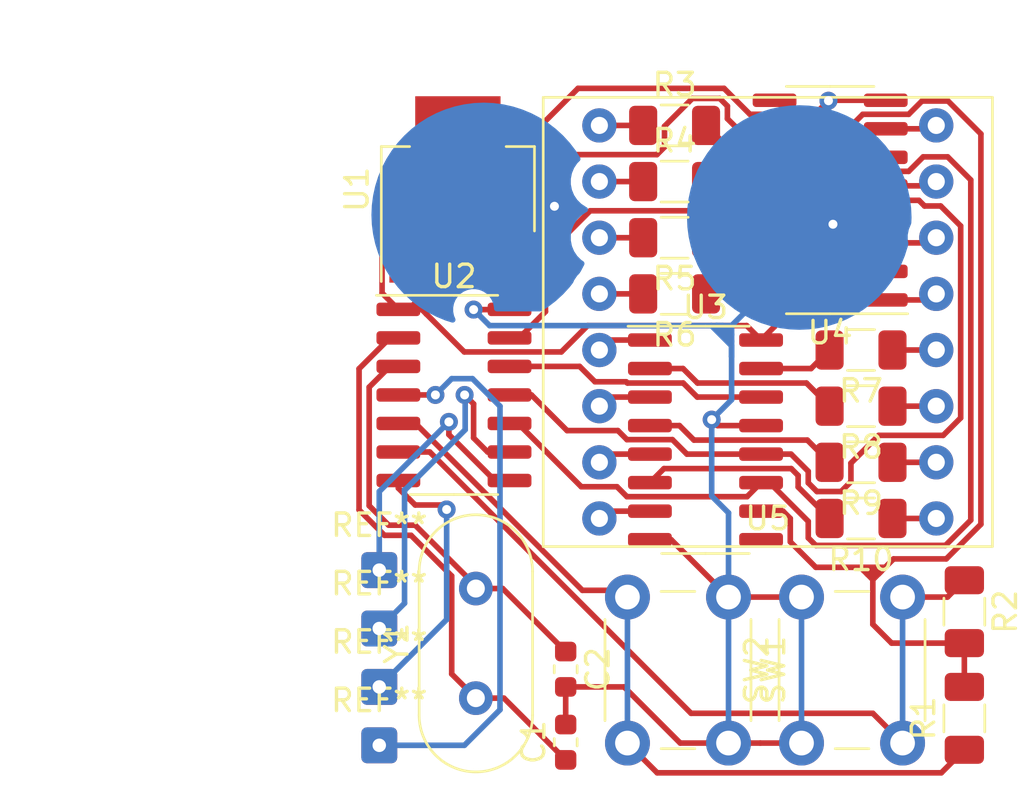
<source format=kicad_pcb>
(kicad_pcb (version 20171130) (host pcbnew 5.1.6)

  (general
    (thickness 1.6)
    (drawings 16)
    (tracks 289)
    (zones 0)
    (modules 24)
    (nets 42)
  )

  (page USLetter)
  (title_block
    (title "Not A Watch")
    (date 2020-06-28)
    (rev 0)
    (comment 1 "A simple programmable LED watch.")
    (comment 2 "Designed by Thomas Kaldahl.")
  )

  (layers
    (0 F.Cu signal)
    (31 B.Cu signal)
    (32 B.Adhes user)
    (33 F.Adhes user)
    (34 B.Paste user)
    (35 F.Paste user)
    (36 B.SilkS user)
    (37 F.SilkS user)
    (38 B.Mask user)
    (39 F.Mask user)
    (40 Dwgs.User user)
    (41 Cmts.User user)
    (42 Eco1.User user)
    (43 Eco2.User user)
    (44 Edge.Cuts user)
    (45 Margin user)
    (46 B.CrtYd user)
    (47 F.CrtYd user)
    (48 B.Fab user)
    (49 F.Fab user)
  )

  (setup
    (last_trace_width 0.25)
    (trace_clearance 0.2)
    (zone_clearance 0.508)
    (zone_45_only no)
    (trace_min 0.2)
    (via_size 0.8)
    (via_drill 0.4)
    (via_min_size 0.45)
    (via_min_drill 0.3)
    (uvia_size 0.3)
    (uvia_drill 0.1)
    (uvias_allowed no)
    (uvia_min_size 0.2)
    (uvia_min_drill 0.1)
    (edge_width 0.05)
    (segment_width 0.2)
    (pcb_text_width 0.3)
    (pcb_text_size 1.5 1.5)
    (mod_edge_width 0.12)
    (mod_text_size 1 1)
    (mod_text_width 0.15)
    (pad_size 1.6 1.6)
    (pad_drill 0.6)
    (pad_to_mask_clearance 0.05)
    (aux_axis_origin 0 0)
    (visible_elements FFF9FF1F)
    (pcbplotparams
      (layerselection 0x010fc_ffffffff)
      (usegerberextensions false)
      (usegerberattributes true)
      (usegerberadvancedattributes true)
      (creategerberjobfile true)
      (excludeedgelayer true)
      (linewidth 0.100000)
      (plotframeref false)
      (viasonmask false)
      (mode 1)
      (useauxorigin false)
      (hpglpennumber 1)
      (hpglpenspeed 20)
      (hpglpendiameter 15.000000)
      (psnegative false)
      (psa4output false)
      (plotreference true)
      (plotvalue true)
      (plotinvisibletext false)
      (padsonsilk false)
      (subtractmaskfromsilk false)
      (outputformat 1)
      (mirror false)
      (drillshape 1)
      (scaleselection 1)
      (outputdirectory ""))
  )

  (net 0 "")
  (net 1 "Net-(R1-Pad2)")
  (net 2 VCC)
  (net 3 GND)
  (net 4 "Net-(C1-Pad1)")
  (net 5 "Net-(C2-Pad1)")
  (net 6 "Net-(U2-Pad4)")
  (net 7 "Net-(R2-Pad1)")
  (net 8 "Net-(R1-Pad1)")
  (net 9 "Net-(U2-Pad7)")
  (net 10 "Net-(U2-Pad8)")
  (net 11 "Net-(U2-Pad9)")
  (net 12 "Net-(U2-Pad10)")
  (net 13 "Net-(U2-Pad11)")
  (net 14 "Net-(U2-Pad12)")
  (net 15 "Net-(U2-Pad13)")
  (net 16 "Net-(R3-Pad1)")
  (net 17 "Net-(R3-Pad2)")
  (net 18 "Net-(R4-Pad2)")
  (net 19 "Net-(R4-Pad1)")
  (net 20 "Net-(R5-Pad1)")
  (net 21 "Net-(R5-Pad2)")
  (net 22 "Net-(R6-Pad1)")
  (net 23 "Net-(R6-Pad2)")
  (net 24 "Net-(R7-Pad2)")
  (net 25 "Net-(R7-Pad1)")
  (net 26 "Net-(R8-Pad1)")
  (net 27 "Net-(R8-Pad2)")
  (net 28 "Net-(R9-Pad2)")
  (net 29 "Net-(R9-Pad1)")
  (net 30 "Net-(R10-Pad1)")
  (net 31 "Net-(R10-Pad2)")
  (net 32 "Net-(U3-Pad7)")
  (net 33 "Net-(U3-Pad9)")
  (net 34 "Net-(U4-Pad9)")
  (net 35 "Net-(U4-Pad7)")
  (net 36 "Net-(U3-Pad1)")
  (net 37 "Net-(U3-Pad3)")
  (net 38 "Net-(U3-Pad5)")
  (net 39 "Net-(U4-Pad5)")
  (net 40 "Net-(U4-Pad3)")
  (net 41 "Net-(U4-Pad1)")

  (net_class Default "This is the default net class."
    (clearance 0.2)
    (trace_width 0.25)
    (via_dia 0.8)
    (via_drill 0.4)
    (uvia_dia 0.3)
    (uvia_drill 0.1)
    (add_net GND)
    (add_net "Net-(C1-Pad1)")
    (add_net "Net-(C2-Pad1)")
    (add_net "Net-(R1-Pad1)")
    (add_net "Net-(R1-Pad2)")
    (add_net "Net-(R10-Pad1)")
    (add_net "Net-(R10-Pad2)")
    (add_net "Net-(R2-Pad1)")
    (add_net "Net-(R3-Pad1)")
    (add_net "Net-(R3-Pad2)")
    (add_net "Net-(R4-Pad1)")
    (add_net "Net-(R4-Pad2)")
    (add_net "Net-(R5-Pad1)")
    (add_net "Net-(R5-Pad2)")
    (add_net "Net-(R6-Pad1)")
    (add_net "Net-(R6-Pad2)")
    (add_net "Net-(R7-Pad1)")
    (add_net "Net-(R7-Pad2)")
    (add_net "Net-(R8-Pad1)")
    (add_net "Net-(R8-Pad2)")
    (add_net "Net-(R9-Pad1)")
    (add_net "Net-(R9-Pad2)")
    (add_net "Net-(U2-Pad10)")
    (add_net "Net-(U2-Pad11)")
    (add_net "Net-(U2-Pad12)")
    (add_net "Net-(U2-Pad13)")
    (add_net "Net-(U2-Pad4)")
    (add_net "Net-(U2-Pad7)")
    (add_net "Net-(U2-Pad8)")
    (add_net "Net-(U2-Pad9)")
    (add_net "Net-(U3-Pad1)")
    (add_net "Net-(U3-Pad3)")
    (add_net "Net-(U3-Pad5)")
    (add_net "Net-(U3-Pad7)")
    (add_net "Net-(U3-Pad9)")
    (add_net "Net-(U4-Pad1)")
    (add_net "Net-(U4-Pad3)")
    (add_net "Net-(U4-Pad5)")
    (add_net "Net-(U4-Pad7)")
    (add_net "Net-(U4-Pad9)")
    (add_net VCC)
  )

  (module Connector_Wire:SolderWire-0.1sqmm_1x01_D0.4mm_OD1mm (layer F.Cu) (tedit 5EF96732) (tstamp 5EFA5928)
    (at 128.15 114)
    (descr "Soldered wire connection, for a single 0.1 mm² wire, basic insulation, conductor diameter 0.4mm, outer diameter 1mm, size source Multi-Contact FLEXI-E 0.1 (https://ec.staubli.com/AcroFiles/Catalogues/TM_Cab-Main-11014119_(en)_hi.pdf), bend radius 3 times outer diameter, generated with kicad-footprint-generator")
    (tags "connector wire 0.1sqmm")
    (attr virtual)
    (fp_text reference REF** (at 0 -2) (layer F.SilkS)
      (effects (font (size 1 1) (thickness 0.15)))
    )
    (fp_text value SolderWire-0.1sqmm_1x01_D0.4mm_OD1mm (at 0 2) (layer F.Fab)
      (effects (font (size 1 1) (thickness 0.15)))
    )
    (fp_line (start 1.3 -1.3) (end -1.3 -1.3) (layer F.CrtYd) (width 0.05))
    (fp_line (start 1.3 1.3) (end 1.3 -1.3) (layer F.CrtYd) (width 0.05))
    (fp_line (start -1.3 1.3) (end 1.3 1.3) (layer F.CrtYd) (width 0.05))
    (fp_line (start -1.3 -1.3) (end -1.3 1.3) (layer F.CrtYd) (width 0.05))
    (fp_circle (center 0 0) (end 0.5 0) (layer F.Fab) (width 0.1))
    (fp_text user %R (at 0 0) (layer F.Fab)
      (effects (font (size 0.25 0.25) (thickness 0.04)))
    )
    (pad 1 thru_hole roundrect (at 0 0) (size 1.6 1.6) (drill 0.6) (layers *.Cu *.Mask) (roundrect_rratio 0.156)
      (net 10 "Net-(U2-Pad8)"))
    (model ${KISYS3DMOD}/Connector_Wire.3dshapes/SolderWire-0.1sqmm_1x01_D0.4mm_OD1mm.wrl
      (at (xyz 0 0 0))
      (scale (xyz 1 1 1))
      (rotate (xyz 0 0 0))
    )
  )

  (module Connector_Wire:SolderWire-0.1sqmm_1x01_D0.4mm_OD1mm (layer F.Cu) (tedit 5EF96767) (tstamp 5EFA542E)
    (at 128.15 116.6)
    (descr "Soldered wire connection, for a single 0.1 mm² wire, basic insulation, conductor diameter 0.4mm, outer diameter 1mm, size source Multi-Contact FLEXI-E 0.1 (https://ec.staubli.com/AcroFiles/Catalogues/TM_Cab-Main-11014119_(en)_hi.pdf), bend radius 3 times outer diameter, generated with kicad-footprint-generator")
    (tags "connector wire 0.1sqmm")
    (attr virtual)
    (fp_text reference REF** (at 0 -2) (layer F.SilkS)
      (effects (font (size 1 1) (thickness 0.15)))
    )
    (fp_text value SolderWire-0.1sqmm_1x01_D0.4mm_OD1mm (at 0 2) (layer F.Fab)
      (effects (font (size 1 1) (thickness 0.15)))
    )
    (fp_line (start 1.3 -1.3) (end -1.3 -1.3) (layer F.CrtYd) (width 0.05))
    (fp_line (start 1.3 1.3) (end 1.3 -1.3) (layer F.CrtYd) (width 0.05))
    (fp_line (start -1.3 1.3) (end 1.3 1.3) (layer F.CrtYd) (width 0.05))
    (fp_line (start -1.3 -1.3) (end -1.3 1.3) (layer F.CrtYd) (width 0.05))
    (fp_circle (center 0 0) (end 0.5 0) (layer F.Fab) (width 0.1))
    (fp_text user %R (at 0 0) (layer F.Fab)
      (effects (font (size 0.25 0.25) (thickness 0.04)))
    )
    (pad 1 thru_hole roundrect (at 0 0) (size 1.6 1.6) (drill 0.6) (layers *.Cu *.Mask) (roundrect_rratio 0.156)
      (net 11 "Net-(U2-Pad9)"))
    (model ${KISYS3DMOD}/Connector_Wire.3dshapes/SolderWire-0.1sqmm_1x01_D0.4mm_OD1mm.wrl
      (at (xyz 0 0 0))
      (scale (xyz 1 1 1))
      (rotate (xyz 0 0 0))
    )
  )

  (module Connector_Wire:SolderWire-0.1sqmm_1x01_D0.4mm_OD1mm (layer F.Cu) (tedit 5EF967AF) (tstamp 5EFA542E)
    (at 128.15 119.2)
    (descr "Soldered wire connection, for a single 0.1 mm² wire, basic insulation, conductor diameter 0.4mm, outer diameter 1mm, size source Multi-Contact FLEXI-E 0.1 (https://ec.staubli.com/AcroFiles/Catalogues/TM_Cab-Main-11014119_(en)_hi.pdf), bend radius 3 times outer diameter, generated with kicad-footprint-generator")
    (tags "connector wire 0.1sqmm")
    (attr virtual)
    (fp_text reference REF** (at 0 -2) (layer F.SilkS)
      (effects (font (size 1 1) (thickness 0.15)))
    )
    (fp_text value SolderWire-0.1sqmm_1x01_D0.4mm_OD1mm (at 0 2) (layer F.Fab)
      (effects (font (size 1 1) (thickness 0.15)))
    )
    (fp_line (start 1.3 -1.3) (end -1.3 -1.3) (layer F.CrtYd) (width 0.05))
    (fp_line (start 1.3 1.3) (end 1.3 -1.3) (layer F.CrtYd) (width 0.05))
    (fp_line (start -1.3 1.3) (end 1.3 1.3) (layer F.CrtYd) (width 0.05))
    (fp_line (start -1.3 -1.3) (end -1.3 1.3) (layer F.CrtYd) (width 0.05))
    (fp_circle (center 0 0) (end 0.5 0) (layer F.Fab) (width 0.1))
    (fp_text user %R (at 0 0) (layer F.Fab)
      (effects (font (size 0.25 0.25) (thickness 0.04)))
    )
    (pad 1 thru_hole roundrect (at 0 0) (size 1.6 1.6) (drill 0.6) (layers *.Cu *.Mask) (roundrect_rratio 0.156)
      (net 9 "Net-(U2-Pad7)"))
    (model ${KISYS3DMOD}/Connector_Wire.3dshapes/SolderWire-0.1sqmm_1x01_D0.4mm_OD1mm.wrl
      (at (xyz 0 0 0))
      (scale (xyz 1 1 1))
      (rotate (xyz 0 0 0))
    )
  )

  (module Connector_Wire:SolderWire-0.1sqmm_1x01_D0.4mm_OD1mm (layer F.Cu) (tedit 5EF967BC) (tstamp 5EFA541F)
    (at 128.15 121.8)
    (descr "Soldered wire connection, for a single 0.1 mm² wire, basic insulation, conductor diameter 0.4mm, outer diameter 1mm, size source Multi-Contact FLEXI-E 0.1 (https://ec.staubli.com/AcroFiles/Catalogues/TM_Cab-Main-11014119_(en)_hi.pdf), bend radius 3 times outer diameter, generated with kicad-footprint-generator")
    (tags "connector wire 0.1sqmm")
    (attr virtual)
    (fp_text reference REF** (at 0 -2) (layer F.SilkS)
      (effects (font (size 1 1) (thickness 0.15)))
    )
    (fp_text value SolderWire-0.1sqmm_1x01_D0.4mm_OD1mm (at 0 2) (layer F.Fab)
      (effects (font (size 1 1) (thickness 0.15)))
    )
    (fp_line (start 1.3 -1.3) (end -1.3 -1.3) (layer F.CrtYd) (width 0.05))
    (fp_line (start 1.3 1.3) (end 1.3 -1.3) (layer F.CrtYd) (width 0.05))
    (fp_line (start -1.3 1.3) (end 1.3 1.3) (layer F.CrtYd) (width 0.05))
    (fp_line (start -1.3 -1.3) (end -1.3 1.3) (layer F.CrtYd) (width 0.05))
    (fp_circle (center 0 0) (end 0.5 0) (layer F.Fab) (width 0.1))
    (fp_text user %R (at 0 0) (layer F.Fab)
      (effects (font (size 0.25 0.25) (thickness 0.04)))
    )
    (pad 1 thru_hole roundrect (at 0 0) (size 1.6 1.6) (drill 0.6) (layers *.Cu *.Mask) (roundrect_rratio 0.156)
      (net 6 "Net-(U2-Pad4)"))
    (model ${KISYS3DMOD}/Connector_Wire.3dshapes/SolderWire-0.1sqmm_1x01_D0.4mm_OD1mm.wrl
      (at (xyz 0 0 0))
      (scale (xyz 1 1 1))
      (rotate (xyz 0 0 0))
    )
  )

  (module Package_SO:SOIC-14_3.9x8.7mm_P1.27mm (layer F.Cu) (tedit 5D9F72B1) (tstamp 5EF9CF76)
    (at 131.475 106.2)
    (descr "SOIC, 14 Pin (JEDEC MS-012AB, https://www.analog.com/media/en/package-pcb-resources/package/pkg_pdf/soic_narrow-r/r_14.pdf), generated with kicad-footprint-generator ipc_gullwing_generator.py")
    (tags "SOIC SO")
    (path /5EF04F34)
    (attr smd)
    (fp_text reference U2 (at 0 -5.28) (layer F.SilkS)
      (effects (font (size 1 1) (thickness 0.15)))
    )
    (fp_text value ATtiny84A-SSU (at 0 5.28) (layer F.Fab)
      (effects (font (size 1 1) (thickness 0.15)))
    )
    (fp_line (start 3.7 -4.58) (end -3.7 -4.58) (layer F.CrtYd) (width 0.05))
    (fp_line (start 3.7 4.58) (end 3.7 -4.58) (layer F.CrtYd) (width 0.05))
    (fp_line (start -3.7 4.58) (end 3.7 4.58) (layer F.CrtYd) (width 0.05))
    (fp_line (start -3.7 -4.58) (end -3.7 4.58) (layer F.CrtYd) (width 0.05))
    (fp_line (start -1.95 -3.35) (end -0.975 -4.325) (layer F.Fab) (width 0.1))
    (fp_line (start -1.95 4.325) (end -1.95 -3.35) (layer F.Fab) (width 0.1))
    (fp_line (start 1.95 4.325) (end -1.95 4.325) (layer F.Fab) (width 0.1))
    (fp_line (start 1.95 -4.325) (end 1.95 4.325) (layer F.Fab) (width 0.1))
    (fp_line (start -0.975 -4.325) (end 1.95 -4.325) (layer F.Fab) (width 0.1))
    (fp_line (start 0 -4.435) (end -3.45 -4.435) (layer F.SilkS) (width 0.12))
    (fp_line (start 0 -4.435) (end 1.95 -4.435) (layer F.SilkS) (width 0.12))
    (fp_line (start 0 4.435) (end -1.95 4.435) (layer F.SilkS) (width 0.12))
    (fp_line (start 0 4.435) (end 1.95 4.435) (layer F.SilkS) (width 0.12))
    (fp_text user %R (at 0 0) (layer F.Fab)
      (effects (font (size 0.98 0.98) (thickness 0.15)))
    )
    (pad 1 smd roundrect (at -2.475 -3.81) (size 1.95 0.6) (layers F.Cu F.Paste F.Mask) (roundrect_rratio 0.25)
      (net 1 "Net-(R1-Pad2)"))
    (pad 2 smd roundrect (at -2.475 -2.54) (size 1.95 0.6) (layers F.Cu F.Paste F.Mask) (roundrect_rratio 0.25)
      (net 4 "Net-(C1-Pad1)"))
    (pad 3 smd roundrect (at -2.475 -1.27) (size 1.95 0.6) (layers F.Cu F.Paste F.Mask) (roundrect_rratio 0.25)
      (net 5 "Net-(C2-Pad1)"))
    (pad 4 smd roundrect (at -2.475 0) (size 1.95 0.6) (layers F.Cu F.Paste F.Mask) (roundrect_rratio 0.25)
      (net 6 "Net-(U2-Pad4)"))
    (pad 5 smd roundrect (at -2.475 1.27) (size 1.95 0.6) (layers F.Cu F.Paste F.Mask) (roundrect_rratio 0.25)
      (net 8 "Net-(R1-Pad1)"))
    (pad 6 smd roundrect (at -2.475 2.54) (size 1.95 0.6) (layers F.Cu F.Paste F.Mask) (roundrect_rratio 0.25)
      (net 7 "Net-(R2-Pad1)"))
    (pad 7 smd roundrect (at -2.475 3.81) (size 1.95 0.6) (layers F.Cu F.Paste F.Mask) (roundrect_rratio 0.25)
      (net 9 "Net-(U2-Pad7)"))
    (pad 8 smd roundrect (at 2.475 3.81) (size 1.95 0.6) (layers F.Cu F.Paste F.Mask) (roundrect_rratio 0.25)
      (net 10 "Net-(U2-Pad8)"))
    (pad 9 smd roundrect (at 2.475 2.54) (size 1.95 0.6) (layers F.Cu F.Paste F.Mask) (roundrect_rratio 0.25)
      (net 11 "Net-(U2-Pad9)"))
    (pad 10 smd roundrect (at 2.475 1.27) (size 1.95 0.6) (layers F.Cu F.Paste F.Mask) (roundrect_rratio 0.25)
      (net 12 "Net-(U2-Pad10)"))
    (pad 11 smd roundrect (at 2.475 0) (size 1.95 0.6) (layers F.Cu F.Paste F.Mask) (roundrect_rratio 0.25)
      (net 13 "Net-(U2-Pad11)"))
    (pad 12 smd roundrect (at 2.475 -1.27) (size 1.95 0.6) (layers F.Cu F.Paste F.Mask) (roundrect_rratio 0.25)
      (net 14 "Net-(U2-Pad12)"))
    (pad 13 smd roundrect (at 2.475 -2.54) (size 1.95 0.6) (layers F.Cu F.Paste F.Mask) (roundrect_rratio 0.25)
      (net 15 "Net-(U2-Pad13)"))
    (pad 14 smd roundrect (at 2.475 -3.81) (size 1.95 0.6) (layers F.Cu F.Paste F.Mask) (roundrect_rratio 0.25)
      (net 3 GND))
    (model ${KISYS3DMOD}/Package_SO.3dshapes/SOIC-14_3.9x8.7mm_P1.27mm.wrl
      (at (xyz 0 0 0))
      (scale (xyz 1 1 1))
      (rotate (xyz 0 0 0))
    )
  )

  (module watch:KWM-20882CVB (layer F.Cu) (tedit 5EF5825D) (tstamp 5EF98FD4)
    (at 137.95 94.2)
    (path /5EF38C2B)
    (fp_text reference U5 (at 7.5 17.5) (layer F.SilkS)
      (effects (font (size 1 1) (thickness 0.15)))
    )
    (fp_text value KWM-20882CVB (at 7.5 0) (layer F.Fab)
      (effects (font (size 1 1) (thickness 0.15)))
    )
    (fp_line (start 17.5 18.75) (end 17.5 -1.25) (layer F.SilkS) (width 0.12))
    (fp_line (start -2.5 18.75) (end 17.5 18.75) (layer F.SilkS) (width 0.12))
    (fp_line (start -2.5 -1.25) (end -2.5 18.75) (layer F.SilkS) (width 0.12))
    (fp_line (start 17.5 -1.25) (end -2.5 -1.25) (layer F.SilkS) (width 0.12))
    (pad 1 thru_hole circle (at 0 0) (size 1.524 1.524) (drill 0.762) (layers *.Cu *.Mask)
      (net 16 "Net-(R3-Pad1)"))
    (pad 2 thru_hole circle (at 0 2.5) (size 1.524 1.524) (drill 0.762) (layers *.Cu *.Mask)
      (net 19 "Net-(R4-Pad1)"))
    (pad 3 thru_hole circle (at 0 5) (size 1.524 1.524) (drill 0.762) (layers *.Cu *.Mask)
      (net 21 "Net-(R5-Pad2)"))
    (pad 4 thru_hole circle (at 0 7.5) (size 1.524 1.524) (drill 0.762) (layers *.Cu *.Mask)
      (net 23 "Net-(R6-Pad2)"))
    (pad 5 thru_hole circle (at 0 10) (size 1.524 1.524) (drill 0.762) (layers *.Cu *.Mask)
      (net 36 "Net-(U3-Pad1)"))
    (pad 6 thru_hole circle (at 0 12.5) (size 1.524 1.524) (drill 0.762) (layers *.Cu *.Mask)
      (net 37 "Net-(U3-Pad3)"))
    (pad 7 thru_hole circle (at 0 15) (size 1.524 1.524) (drill 0.762) (layers *.Cu *.Mask)
      (net 38 "Net-(U3-Pad5)"))
    (pad 8 thru_hole circle (at 0 17.5) (size 1.524 1.524) (drill 0.762) (layers *.Cu *.Mask)
      (net 32 "Net-(U3-Pad7)"))
    (pad 9 thru_hole circle (at 15 17.5) (size 1.524 1.524) (drill 0.762) (layers *.Cu *.Mask)
      (net 30 "Net-(R10-Pad1)"))
    (pad 10 thru_hole circle (at 15 15) (size 1.524 1.524) (drill 0.762) (layers *.Cu *.Mask)
      (net 29 "Net-(R9-Pad1)"))
    (pad 11 thru_hole circle (at 15 12.5) (size 1.524 1.524) (drill 0.762) (layers *.Cu *.Mask)
      (net 26 "Net-(R8-Pad1)"))
    (pad 12 thru_hole circle (at 15 10) (size 1.524 1.524) (drill 0.762) (layers *.Cu *.Mask)
      (net 25 "Net-(R7-Pad1)"))
    (pad 13 thru_hole circle (at 15 7.5) (size 1.524 1.524) (drill 0.762) (layers *.Cu *.Mask)
      (net 41 "Net-(U4-Pad1)"))
    (pad 14 thru_hole circle (at 15 5) (size 1.524 1.524) (drill 0.762) (layers *.Cu *.Mask)
      (net 40 "Net-(U4-Pad3)"))
    (pad 15 thru_hole circle (at 15 2.5) (size 1.524 1.524) (drill 0.762) (layers *.Cu *.Mask)
      (net 39 "Net-(U4-Pad5)"))
    (pad 16 thru_hole circle (at 15 0) (size 1.524 1.524) (drill 0.762) (layers *.Cu *.Mask)
      (net 35 "Net-(U4-Pad7)"))
  )

  (module Button_Switch_THT:SW_PUSH_6mm (layer F.Cu) (tedit 5A02FE31) (tstamp 5EF9DCBA)
    (at 143.7 115.2 270)
    (descr https://www.omron.com/ecb/products/pdf/en-b3f.pdf)
    (tags "tact sw push 6mm")
    (path /5F00CE92)
    (fp_text reference SW1 (at 3.25 -2 90) (layer F.SilkS)
      (effects (font (size 1 1) (thickness 0.15)))
    )
    (fp_text value "Button A" (at 3.75 6.7 90) (layer F.Fab)
      (effects (font (size 1 1) (thickness 0.15)))
    )
    (fp_circle (center 3.25 2.25) (end 1.25 2.5) (layer F.Fab) (width 0.1))
    (fp_line (start 6.75 3) (end 6.75 1.5) (layer F.SilkS) (width 0.12))
    (fp_line (start 5.5 -1) (end 1 -1) (layer F.SilkS) (width 0.12))
    (fp_line (start -0.25 1.5) (end -0.25 3) (layer F.SilkS) (width 0.12))
    (fp_line (start 1 5.5) (end 5.5 5.5) (layer F.SilkS) (width 0.12))
    (fp_line (start 8 -1.25) (end 8 5.75) (layer F.CrtYd) (width 0.05))
    (fp_line (start 7.75 6) (end -1.25 6) (layer F.CrtYd) (width 0.05))
    (fp_line (start -1.5 5.75) (end -1.5 -1.25) (layer F.CrtYd) (width 0.05))
    (fp_line (start -1.25 -1.5) (end 7.75 -1.5) (layer F.CrtYd) (width 0.05))
    (fp_line (start -1.5 6) (end -1.25 6) (layer F.CrtYd) (width 0.05))
    (fp_line (start -1.5 5.75) (end -1.5 6) (layer F.CrtYd) (width 0.05))
    (fp_line (start -1.5 -1.5) (end -1.25 -1.5) (layer F.CrtYd) (width 0.05))
    (fp_line (start -1.5 -1.25) (end -1.5 -1.5) (layer F.CrtYd) (width 0.05))
    (fp_line (start 8 -1.5) (end 8 -1.25) (layer F.CrtYd) (width 0.05))
    (fp_line (start 7.75 -1.5) (end 8 -1.5) (layer F.CrtYd) (width 0.05))
    (fp_line (start 8 6) (end 8 5.75) (layer F.CrtYd) (width 0.05))
    (fp_line (start 7.75 6) (end 8 6) (layer F.CrtYd) (width 0.05))
    (fp_line (start 0.25 -0.75) (end 3.25 -0.75) (layer F.Fab) (width 0.1))
    (fp_line (start 0.25 5.25) (end 0.25 -0.75) (layer F.Fab) (width 0.1))
    (fp_line (start 6.25 5.25) (end 0.25 5.25) (layer F.Fab) (width 0.1))
    (fp_line (start 6.25 -0.75) (end 6.25 5.25) (layer F.Fab) (width 0.1))
    (fp_line (start 3.25 -0.75) (end 6.25 -0.75) (layer F.Fab) (width 0.1))
    (fp_text user %R (at 3.25 2.25 90) (layer F.Fab)
      (effects (font (size 1 1) (thickness 0.15)))
    )
    (pad 2 thru_hole circle (at 0 4.5) (size 2 2) (drill 1.1) (layers *.Cu *.Mask)
      (net 8 "Net-(R1-Pad1)"))
    (pad 1 thru_hole circle (at 0 0) (size 2 2) (drill 1.1) (layers *.Cu *.Mask)
      (net 3 GND))
    (pad 2 thru_hole circle (at 6.5 4.5) (size 2 2) (drill 1.1) (layers *.Cu *.Mask)
      (net 8 "Net-(R1-Pad1)"))
    (pad 1 thru_hole circle (at 6.5 0) (size 2 2) (drill 1.1) (layers *.Cu *.Mask)
      (net 3 GND))
    (model ${KISYS3DMOD}/Button_Switch_THT.3dshapes/SW_PUSH_6mm.wrl
      (at (xyz 0 0 0))
      (scale (xyz 1 1 1))
      (rotate (xyz 0 0 0))
    )
  )

  (module Button_Switch_THT:SW_PUSH_6mm (layer F.Cu) (tedit 5A02FE31) (tstamp 5EF9DAF6)
    (at 146.95 121.7 90)
    (descr https://www.omron.com/ecb/products/pdf/en-b3f.pdf)
    (tags "tact sw push 6mm")
    (path /5F00AA53)
    (fp_text reference SW2 (at 3.25 -2 90) (layer F.SilkS)
      (effects (font (size 1 1) (thickness 0.15)))
    )
    (fp_text value "Button B" (at 3.75 6.7 90) (layer F.Fab)
      (effects (font (size 1 1) (thickness 0.15)))
    )
    (fp_line (start 3.25 -0.75) (end 6.25 -0.75) (layer F.Fab) (width 0.1))
    (fp_line (start 6.25 -0.75) (end 6.25 5.25) (layer F.Fab) (width 0.1))
    (fp_line (start 6.25 5.25) (end 0.25 5.25) (layer F.Fab) (width 0.1))
    (fp_line (start 0.25 5.25) (end 0.25 -0.75) (layer F.Fab) (width 0.1))
    (fp_line (start 0.25 -0.75) (end 3.25 -0.75) (layer F.Fab) (width 0.1))
    (fp_line (start 7.75 6) (end 8 6) (layer F.CrtYd) (width 0.05))
    (fp_line (start 8 6) (end 8 5.75) (layer F.CrtYd) (width 0.05))
    (fp_line (start 7.75 -1.5) (end 8 -1.5) (layer F.CrtYd) (width 0.05))
    (fp_line (start 8 -1.5) (end 8 -1.25) (layer F.CrtYd) (width 0.05))
    (fp_line (start -1.5 -1.25) (end -1.5 -1.5) (layer F.CrtYd) (width 0.05))
    (fp_line (start -1.5 -1.5) (end -1.25 -1.5) (layer F.CrtYd) (width 0.05))
    (fp_line (start -1.5 5.75) (end -1.5 6) (layer F.CrtYd) (width 0.05))
    (fp_line (start -1.5 6) (end -1.25 6) (layer F.CrtYd) (width 0.05))
    (fp_line (start -1.25 -1.5) (end 7.75 -1.5) (layer F.CrtYd) (width 0.05))
    (fp_line (start -1.5 5.75) (end -1.5 -1.25) (layer F.CrtYd) (width 0.05))
    (fp_line (start 7.75 6) (end -1.25 6) (layer F.CrtYd) (width 0.05))
    (fp_line (start 8 -1.25) (end 8 5.75) (layer F.CrtYd) (width 0.05))
    (fp_line (start 1 5.5) (end 5.5 5.5) (layer F.SilkS) (width 0.12))
    (fp_line (start -0.25 1.5) (end -0.25 3) (layer F.SilkS) (width 0.12))
    (fp_line (start 5.5 -1) (end 1 -1) (layer F.SilkS) (width 0.12))
    (fp_line (start 6.75 3) (end 6.75 1.5) (layer F.SilkS) (width 0.12))
    (fp_circle (center 3.25 2.25) (end 1.25 2.5) (layer F.Fab) (width 0.1))
    (fp_text user %R (at 3.25 2.25 90) (layer F.Fab)
      (effects (font (size 1 1) (thickness 0.15)))
    )
    (pad 1 thru_hole circle (at 6.5 0 180) (size 2 2) (drill 1.1) (layers *.Cu *.Mask)
      (net 3 GND))
    (pad 2 thru_hole circle (at 6.5 4.5 180) (size 2 2) (drill 1.1) (layers *.Cu *.Mask)
      (net 7 "Net-(R2-Pad1)"))
    (pad 1 thru_hole circle (at 0 0 180) (size 2 2) (drill 1.1) (layers *.Cu *.Mask)
      (net 3 GND))
    (pad 2 thru_hole circle (at 0 4.5 180) (size 2 2) (drill 1.1) (layers *.Cu *.Mask)
      (net 7 "Net-(R2-Pad1)"))
    (model ${KISYS3DMOD}/Button_Switch_THT.3dshapes/SW_PUSH_6mm.wrl
      (at (xyz 0 0 0))
      (scale (xyz 1 1 1))
      (rotate (xyz 0 0 0))
    )
  )

  (module Capacitor_SMD:C_0603_1608Metric (layer F.Cu) (tedit 5B301BBE) (tstamp 5EF9E5ED)
    (at 136.45 121.6625 90)
    (descr "Capacitor SMD 0603 (1608 Metric), square (rectangular) end terminal, IPC_7351 nominal, (Body size source: http://www.tortai-tech.com/upload/download/2011102023233369053.pdf), generated with kicad-footprint-generator")
    (tags capacitor)
    (path /5EF1E692)
    (attr smd)
    (fp_text reference C1 (at 0 -1.43 90) (layer F.SilkS)
      (effects (font (size 1 1) (thickness 0.15)))
    )
    (fp_text value 18pF (at 0 1.43 90) (layer F.Fab)
      (effects (font (size 1 1) (thickness 0.15)))
    )
    (fp_line (start 1.48 0.73) (end -1.48 0.73) (layer F.CrtYd) (width 0.05))
    (fp_line (start 1.48 -0.73) (end 1.48 0.73) (layer F.CrtYd) (width 0.05))
    (fp_line (start -1.48 -0.73) (end 1.48 -0.73) (layer F.CrtYd) (width 0.05))
    (fp_line (start -1.48 0.73) (end -1.48 -0.73) (layer F.CrtYd) (width 0.05))
    (fp_line (start -0.162779 0.51) (end 0.162779 0.51) (layer F.SilkS) (width 0.12))
    (fp_line (start -0.162779 -0.51) (end 0.162779 -0.51) (layer F.SilkS) (width 0.12))
    (fp_line (start 0.8 0.4) (end -0.8 0.4) (layer F.Fab) (width 0.1))
    (fp_line (start 0.8 -0.4) (end 0.8 0.4) (layer F.Fab) (width 0.1))
    (fp_line (start -0.8 -0.4) (end 0.8 -0.4) (layer F.Fab) (width 0.1))
    (fp_line (start -0.8 0.4) (end -0.8 -0.4) (layer F.Fab) (width 0.1))
    (fp_text user %R (at 0 0 90) (layer F.Fab)
      (effects (font (size 0.4 0.4) (thickness 0.06)))
    )
    (pad 1 smd roundrect (at -0.7875 0 90) (size 0.875 0.95) (layers F.Cu F.Paste F.Mask) (roundrect_rratio 0.25)
      (net 4 "Net-(C1-Pad1)"))
    (pad 2 smd roundrect (at 0.7875 0 90) (size 0.875 0.95) (layers F.Cu F.Paste F.Mask) (roundrect_rratio 0.25)
      (net 3 GND))
    (model ${KISYS3DMOD}/Capacitor_SMD.3dshapes/C_0603_1608Metric.wrl
      (at (xyz 0 0 0))
      (scale (xyz 1 1 1))
      (rotate (xyz 0 0 0))
    )
  )

  (module Capacitor_SMD:C_0603_1608Metric (layer F.Cu) (tedit 5B301BBE) (tstamp 5EF9E8C4)
    (at 136.45 118.4125 270)
    (descr "Capacitor SMD 0603 (1608 Metric), square (rectangular) end terminal, IPC_7351 nominal, (Body size source: http://www.tortai-tech.com/upload/download/2011102023233369053.pdf), generated with kicad-footprint-generator")
    (tags capacitor)
    (path /5EF1EB9C)
    (attr smd)
    (fp_text reference C2 (at 0 -1.43 90) (layer F.SilkS)
      (effects (font (size 1 1) (thickness 0.15)))
    )
    (fp_text value 18pF (at 0 1.43 90) (layer F.Fab)
      (effects (font (size 1 1) (thickness 0.15)))
    )
    (fp_line (start -0.8 0.4) (end -0.8 -0.4) (layer F.Fab) (width 0.1))
    (fp_line (start -0.8 -0.4) (end 0.8 -0.4) (layer F.Fab) (width 0.1))
    (fp_line (start 0.8 -0.4) (end 0.8 0.4) (layer F.Fab) (width 0.1))
    (fp_line (start 0.8 0.4) (end -0.8 0.4) (layer F.Fab) (width 0.1))
    (fp_line (start -0.162779 -0.51) (end 0.162779 -0.51) (layer F.SilkS) (width 0.12))
    (fp_line (start -0.162779 0.51) (end 0.162779 0.51) (layer F.SilkS) (width 0.12))
    (fp_line (start -1.48 0.73) (end -1.48 -0.73) (layer F.CrtYd) (width 0.05))
    (fp_line (start -1.48 -0.73) (end 1.48 -0.73) (layer F.CrtYd) (width 0.05))
    (fp_line (start 1.48 -0.73) (end 1.48 0.73) (layer F.CrtYd) (width 0.05))
    (fp_line (start 1.48 0.73) (end -1.48 0.73) (layer F.CrtYd) (width 0.05))
    (fp_text user %R (at 0 0 90) (layer F.Fab)
      (effects (font (size 0.4 0.4) (thickness 0.06)))
    )
    (pad 2 smd roundrect (at 0.7875 0 270) (size 0.875 0.95) (layers F.Cu F.Paste F.Mask) (roundrect_rratio 0.25)
      (net 3 GND))
    (pad 1 smd roundrect (at -0.7875 0 270) (size 0.875 0.95) (layers F.Cu F.Paste F.Mask) (roundrect_rratio 0.25)
      (net 5 "Net-(C2-Pad1)"))
    (model ${KISYS3DMOD}/Capacitor_SMD.3dshapes/C_0603_1608Metric.wrl
      (at (xyz 0 0 0))
      (scale (xyz 1 1 1))
      (rotate (xyz 0 0 0))
    )
  )

  (module Resistor_SMD:R_1206_3216Metric (layer F.Cu) (tedit 5B301BBD) (tstamp 5EF9EE41)
    (at 154.2 120.6 90)
    (descr "Resistor SMD 1206 (3216 Metric), square (rectangular) end terminal, IPC_7351 nominal, (Body size source: http://www.tortai-tech.com/upload/download/2011102023233369053.pdf), generated with kicad-footprint-generator")
    (tags resistor)
    (path /5F0E1148)
    (attr smd)
    (fp_text reference R1 (at 0 -1.82 90) (layer F.SilkS)
      (effects (font (size 1 1) (thickness 0.15)))
    )
    (fp_text value 10K (at 0 1.82 90) (layer F.Fab)
      (effects (font (size 1 1) (thickness 0.15)))
    )
    (fp_line (start 2.28 1.12) (end -2.28 1.12) (layer F.CrtYd) (width 0.05))
    (fp_line (start 2.28 -1.12) (end 2.28 1.12) (layer F.CrtYd) (width 0.05))
    (fp_line (start -2.28 -1.12) (end 2.28 -1.12) (layer F.CrtYd) (width 0.05))
    (fp_line (start -2.28 1.12) (end -2.28 -1.12) (layer F.CrtYd) (width 0.05))
    (fp_line (start -0.602064 0.91) (end 0.602064 0.91) (layer F.SilkS) (width 0.12))
    (fp_line (start -0.602064 -0.91) (end 0.602064 -0.91) (layer F.SilkS) (width 0.12))
    (fp_line (start 1.6 0.8) (end -1.6 0.8) (layer F.Fab) (width 0.1))
    (fp_line (start 1.6 -0.8) (end 1.6 0.8) (layer F.Fab) (width 0.1))
    (fp_line (start -1.6 -0.8) (end 1.6 -0.8) (layer F.Fab) (width 0.1))
    (fp_line (start -1.6 0.8) (end -1.6 -0.8) (layer F.Fab) (width 0.1))
    (fp_text user %R (at 0 0) (layer F.Fab)
      (effects (font (size 0.8 0.8) (thickness 0.12)))
    )
    (pad 1 smd roundrect (at -1.4 0 90) (size 1.25 1.75) (layers F.Cu F.Paste F.Mask) (roundrect_rratio 0.2)
      (net 8 "Net-(R1-Pad1)"))
    (pad 2 smd roundrect (at 1.4 0 90) (size 1.25 1.75) (layers F.Cu F.Paste F.Mask) (roundrect_rratio 0.2)
      (net 1 "Net-(R1-Pad2)"))
    (model ${KISYS3DMOD}/Resistor_SMD.3dshapes/R_1206_3216Metric.wrl
      (at (xyz 0 0 0))
      (scale (xyz 1 1 1))
      (rotate (xyz 0 0 0))
    )
  )

  (module Resistor_SMD:R_1206_3216Metric (layer F.Cu) (tedit 5B301BBD) (tstamp 5EF98AFC)
    (at 154.2 115.85 270)
    (descr "Resistor SMD 1206 (3216 Metric), square (rectangular) end terminal, IPC_7351 nominal, (Body size source: http://www.tortai-tech.com/upload/download/2011102023233369053.pdf), generated with kicad-footprint-generator")
    (tags resistor)
    (path /5F122294)
    (attr smd)
    (fp_text reference R2 (at 0 -1.82 90) (layer F.SilkS)
      (effects (font (size 1 1) (thickness 0.15)))
    )
    (fp_text value 10K (at 0 1.82 90) (layer F.Fab)
      (effects (font (size 1 1) (thickness 0.15)))
    )
    (fp_line (start -1.6 0.8) (end -1.6 -0.8) (layer F.Fab) (width 0.1))
    (fp_line (start -1.6 -0.8) (end 1.6 -0.8) (layer F.Fab) (width 0.1))
    (fp_line (start 1.6 -0.8) (end 1.6 0.8) (layer F.Fab) (width 0.1))
    (fp_line (start 1.6 0.8) (end -1.6 0.8) (layer F.Fab) (width 0.1))
    (fp_line (start -0.602064 -0.91) (end 0.602064 -0.91) (layer F.SilkS) (width 0.12))
    (fp_line (start -0.602064 0.91) (end 0.602064 0.91) (layer F.SilkS) (width 0.12))
    (fp_line (start -2.28 1.12) (end -2.28 -1.12) (layer F.CrtYd) (width 0.05))
    (fp_line (start -2.28 -1.12) (end 2.28 -1.12) (layer F.CrtYd) (width 0.05))
    (fp_line (start 2.28 -1.12) (end 2.28 1.12) (layer F.CrtYd) (width 0.05))
    (fp_line (start 2.28 1.12) (end -2.28 1.12) (layer F.CrtYd) (width 0.05))
    (fp_text user %R (at 0 0 90) (layer F.Fab)
      (effects (font (size 0.8 0.8) (thickness 0.12)))
    )
    (pad 2 smd roundrect (at 1.4 0 270) (size 1.25 1.75) (layers F.Cu F.Paste F.Mask) (roundrect_rratio 0.2)
      (net 1 "Net-(R1-Pad2)"))
    (pad 1 smd roundrect (at -1.4 0 270) (size 1.25 1.75) (layers F.Cu F.Paste F.Mask) (roundrect_rratio 0.2)
      (net 7 "Net-(R2-Pad1)"))
    (model ${KISYS3DMOD}/Resistor_SMD.3dshapes/R_1206_3216Metric.wrl
      (at (xyz 0 0 0))
      (scale (xyz 1 1 1))
      (rotate (xyz 0 0 0))
    )
  )

  (module Resistor_SMD:R_1206_3216Metric (layer F.Cu) (tedit 5B301BBD) (tstamp 5EF98B0D)
    (at 141.3 94.2)
    (descr "Resistor SMD 1206 (3216 Metric), square (rectangular) end terminal, IPC_7351 nominal, (Body size source: http://www.tortai-tech.com/upload/download/2011102023233369053.pdf), generated with kicad-footprint-generator")
    (tags resistor)
    (path /5EF87E3C)
    (attr smd)
    (fp_text reference R3 (at 0 -1.82) (layer F.SilkS)
      (effects (font (size 1 1) (thickness 0.15)))
    )
    (fp_text value 470 (at 0 1.82) (layer F.Fab)
      (effects (font (size 1 1) (thickness 0.15)))
    )
    (fp_line (start -1.6 0.8) (end -1.6 -0.8) (layer F.Fab) (width 0.1))
    (fp_line (start -1.6 -0.8) (end 1.6 -0.8) (layer F.Fab) (width 0.1))
    (fp_line (start 1.6 -0.8) (end 1.6 0.8) (layer F.Fab) (width 0.1))
    (fp_line (start 1.6 0.8) (end -1.6 0.8) (layer F.Fab) (width 0.1))
    (fp_line (start -0.602064 -0.91) (end 0.602064 -0.91) (layer F.SilkS) (width 0.12))
    (fp_line (start -0.602064 0.91) (end 0.602064 0.91) (layer F.SilkS) (width 0.12))
    (fp_line (start -2.28 1.12) (end -2.28 -1.12) (layer F.CrtYd) (width 0.05))
    (fp_line (start -2.28 -1.12) (end 2.28 -1.12) (layer F.CrtYd) (width 0.05))
    (fp_line (start 2.28 -1.12) (end 2.28 1.12) (layer F.CrtYd) (width 0.05))
    (fp_line (start 2.28 1.12) (end -2.28 1.12) (layer F.CrtYd) (width 0.05))
    (fp_text user %R (at 0 0) (layer F.Fab)
      (effects (font (size 0.8 0.8) (thickness 0.12)))
    )
    (pad 2 smd roundrect (at 1.4 0) (size 1.25 1.75) (layers F.Cu F.Paste F.Mask) (roundrect_rratio 0.2)
      (net 17 "Net-(R3-Pad2)"))
    (pad 1 smd roundrect (at -1.4 0) (size 1.25 1.75) (layers F.Cu F.Paste F.Mask) (roundrect_rratio 0.2)
      (net 16 "Net-(R3-Pad1)"))
    (model ${KISYS3DMOD}/Resistor_SMD.3dshapes/R_1206_3216Metric.wrl
      (at (xyz 0 0 0))
      (scale (xyz 1 1 1))
      (rotate (xyz 0 0 0))
    )
  )

  (module Resistor_SMD:R_1206_3216Metric (layer F.Cu) (tedit 5B301BBD) (tstamp 5EF9955F)
    (at 141.3 96.7)
    (descr "Resistor SMD 1206 (3216 Metric), square (rectangular) end terminal, IPC_7351 nominal, (Body size source: http://www.tortai-tech.com/upload/download/2011102023233369053.pdf), generated with kicad-footprint-generator")
    (tags resistor)
    (path /5EF8A899)
    (attr smd)
    (fp_text reference R4 (at 0 -1.82) (layer F.SilkS)
      (effects (font (size 1 1) (thickness 0.15)))
    )
    (fp_text value 470 (at 0 1.82) (layer F.Fab)
      (effects (font (size 1 1) (thickness 0.15)))
    )
    (fp_line (start 2.28 1.12) (end -2.28 1.12) (layer F.CrtYd) (width 0.05))
    (fp_line (start 2.28 -1.12) (end 2.28 1.12) (layer F.CrtYd) (width 0.05))
    (fp_line (start -2.28 -1.12) (end 2.28 -1.12) (layer F.CrtYd) (width 0.05))
    (fp_line (start -2.28 1.12) (end -2.28 -1.12) (layer F.CrtYd) (width 0.05))
    (fp_line (start -0.602064 0.91) (end 0.602064 0.91) (layer F.SilkS) (width 0.12))
    (fp_line (start -0.602064 -0.91) (end 0.602064 -0.91) (layer F.SilkS) (width 0.12))
    (fp_line (start 1.6 0.8) (end -1.6 0.8) (layer F.Fab) (width 0.1))
    (fp_line (start 1.6 -0.8) (end 1.6 0.8) (layer F.Fab) (width 0.1))
    (fp_line (start -1.6 -0.8) (end 1.6 -0.8) (layer F.Fab) (width 0.1))
    (fp_line (start -1.6 0.8) (end -1.6 -0.8) (layer F.Fab) (width 0.1))
    (fp_text user %R (at 0 0) (layer F.Fab)
      (effects (font (size 0.8 0.8) (thickness 0.12)))
    )
    (pad 1 smd roundrect (at -1.4 0) (size 1.25 1.75) (layers F.Cu F.Paste F.Mask) (roundrect_rratio 0.2)
      (net 19 "Net-(R4-Pad1)"))
    (pad 2 smd roundrect (at 1.4 0) (size 1.25 1.75) (layers F.Cu F.Paste F.Mask) (roundrect_rratio 0.2)
      (net 18 "Net-(R4-Pad2)"))
    (model ${KISYS3DMOD}/Resistor_SMD.3dshapes/R_1206_3216Metric.wrl
      (at (xyz 0 0 0))
      (scale (xyz 1 1 1))
      (rotate (xyz 0 0 0))
    )
  )

  (module Resistor_SMD:R_1206_3216Metric (layer F.Cu) (tedit 5B301BBD) (tstamp 5EF9B990)
    (at 141.3 99.2 180)
    (descr "Resistor SMD 1206 (3216 Metric), square (rectangular) end terminal, IPC_7351 nominal, (Body size source: http://www.tortai-tech.com/upload/download/2011102023233369053.pdf), generated with kicad-footprint-generator")
    (tags resistor)
    (path /5EF89A2D)
    (attr smd)
    (fp_text reference R5 (at 0 -1.82) (layer F.SilkS)
      (effects (font (size 1 1) (thickness 0.15)))
    )
    (fp_text value 470 (at 0 1.82) (layer F.Fab)
      (effects (font (size 1 1) (thickness 0.15)))
    )
    (fp_line (start 2.28 1.12) (end -2.28 1.12) (layer F.CrtYd) (width 0.05))
    (fp_line (start 2.28 -1.12) (end 2.28 1.12) (layer F.CrtYd) (width 0.05))
    (fp_line (start -2.28 -1.12) (end 2.28 -1.12) (layer F.CrtYd) (width 0.05))
    (fp_line (start -2.28 1.12) (end -2.28 -1.12) (layer F.CrtYd) (width 0.05))
    (fp_line (start -0.602064 0.91) (end 0.602064 0.91) (layer F.SilkS) (width 0.12))
    (fp_line (start -0.602064 -0.91) (end 0.602064 -0.91) (layer F.SilkS) (width 0.12))
    (fp_line (start 1.6 0.8) (end -1.6 0.8) (layer F.Fab) (width 0.1))
    (fp_line (start 1.6 -0.8) (end 1.6 0.8) (layer F.Fab) (width 0.1))
    (fp_line (start -1.6 -0.8) (end 1.6 -0.8) (layer F.Fab) (width 0.1))
    (fp_line (start -1.6 0.8) (end -1.6 -0.8) (layer F.Fab) (width 0.1))
    (fp_text user %R (at 0 0) (layer F.Fab)
      (effects (font (size 0.8 0.8) (thickness 0.12)))
    )
    (pad 1 smd roundrect (at -1.4 0 180) (size 1.25 1.75) (layers F.Cu F.Paste F.Mask) (roundrect_rratio 0.2)
      (net 20 "Net-(R5-Pad1)"))
    (pad 2 smd roundrect (at 1.4 0 180) (size 1.25 1.75) (layers F.Cu F.Paste F.Mask) (roundrect_rratio 0.2)
      (net 21 "Net-(R5-Pad2)"))
    (model ${KISYS3DMOD}/Resistor_SMD.3dshapes/R_1206_3216Metric.wrl
      (at (xyz 0 0 0))
      (scale (xyz 1 1 1))
      (rotate (xyz 0 0 0))
    )
  )

  (module Resistor_SMD:R_1206_3216Metric (layer F.Cu) (tedit 5B301BBD) (tstamp 5EF9B8D8)
    (at 141.3 101.7 180)
    (descr "Resistor SMD 1206 (3216 Metric), square (rectangular) end terminal, IPC_7351 nominal, (Body size source: http://www.tortai-tech.com/upload/download/2011102023233369053.pdf), generated with kicad-footprint-generator")
    (tags resistor)
    (path /5EF8B77A)
    (attr smd)
    (fp_text reference R6 (at 0 -1.82) (layer F.SilkS)
      (effects (font (size 1 1) (thickness 0.15)))
    )
    (fp_text value 470 (at 0 1.82) (layer F.Fab)
      (effects (font (size 1 1) (thickness 0.15)))
    )
    (fp_line (start -1.6 0.8) (end -1.6 -0.8) (layer F.Fab) (width 0.1))
    (fp_line (start -1.6 -0.8) (end 1.6 -0.8) (layer F.Fab) (width 0.1))
    (fp_line (start 1.6 -0.8) (end 1.6 0.8) (layer F.Fab) (width 0.1))
    (fp_line (start 1.6 0.8) (end -1.6 0.8) (layer F.Fab) (width 0.1))
    (fp_line (start -0.602064 -0.91) (end 0.602064 -0.91) (layer F.SilkS) (width 0.12))
    (fp_line (start -0.602064 0.91) (end 0.602064 0.91) (layer F.SilkS) (width 0.12))
    (fp_line (start -2.28 1.12) (end -2.28 -1.12) (layer F.CrtYd) (width 0.05))
    (fp_line (start -2.28 -1.12) (end 2.28 -1.12) (layer F.CrtYd) (width 0.05))
    (fp_line (start 2.28 -1.12) (end 2.28 1.12) (layer F.CrtYd) (width 0.05))
    (fp_line (start 2.28 1.12) (end -2.28 1.12) (layer F.CrtYd) (width 0.05))
    (fp_text user %R (at 0 0) (layer F.Fab)
      (effects (font (size 0.8 0.8) (thickness 0.12)))
    )
    (pad 2 smd roundrect (at 1.4 0 180) (size 1.25 1.75) (layers F.Cu F.Paste F.Mask) (roundrect_rratio 0.2)
      (net 23 "Net-(R6-Pad2)"))
    (pad 1 smd roundrect (at -1.4 0 180) (size 1.25 1.75) (layers F.Cu F.Paste F.Mask) (roundrect_rratio 0.2)
      (net 22 "Net-(R6-Pad1)"))
    (model ${KISYS3DMOD}/Resistor_SMD.3dshapes/R_1206_3216Metric.wrl
      (at (xyz 0 0 0))
      (scale (xyz 1 1 1))
      (rotate (xyz 0 0 0))
    )
  )

  (module Resistor_SMD:R_1206_3216Metric (layer F.Cu) (tedit 5B301BBD) (tstamp 5EF9B5F1)
    (at 149.6 104.2 180)
    (descr "Resistor SMD 1206 (3216 Metric), square (rectangular) end terminal, IPC_7351 nominal, (Body size source: http://www.tortai-tech.com/upload/download/2011102023233369053.pdf), generated with kicad-footprint-generator")
    (tags resistor)
    (path /5EF8DF2A)
    (attr smd)
    (fp_text reference R7 (at 0 -1.82) (layer F.SilkS)
      (effects (font (size 1 1) (thickness 0.15)))
    )
    (fp_text value 470 (at 0 1.82) (layer F.Fab)
      (effects (font (size 1 1) (thickness 0.15)))
    )
    (fp_line (start 2.28 1.12) (end -2.28 1.12) (layer F.CrtYd) (width 0.05))
    (fp_line (start 2.28 -1.12) (end 2.28 1.12) (layer F.CrtYd) (width 0.05))
    (fp_line (start -2.28 -1.12) (end 2.28 -1.12) (layer F.CrtYd) (width 0.05))
    (fp_line (start -2.28 1.12) (end -2.28 -1.12) (layer F.CrtYd) (width 0.05))
    (fp_line (start -0.602064 0.91) (end 0.602064 0.91) (layer F.SilkS) (width 0.12))
    (fp_line (start -0.602064 -0.91) (end 0.602064 -0.91) (layer F.SilkS) (width 0.12))
    (fp_line (start 1.6 0.8) (end -1.6 0.8) (layer F.Fab) (width 0.1))
    (fp_line (start 1.6 -0.8) (end 1.6 0.8) (layer F.Fab) (width 0.1))
    (fp_line (start -1.6 -0.8) (end 1.6 -0.8) (layer F.Fab) (width 0.1))
    (fp_line (start -1.6 0.8) (end -1.6 -0.8) (layer F.Fab) (width 0.1))
    (fp_text user %R (at 0 0) (layer F.Fab)
      (effects (font (size 0.8 0.8) (thickness 0.12)))
    )
    (pad 1 smd roundrect (at -1.4 0 180) (size 1.25 1.75) (layers F.Cu F.Paste F.Mask) (roundrect_rratio 0.2)
      (net 25 "Net-(R7-Pad1)"))
    (pad 2 smd roundrect (at 1.4 0 180) (size 1.25 1.75) (layers F.Cu F.Paste F.Mask) (roundrect_rratio 0.2)
      (net 24 "Net-(R7-Pad2)"))
    (model ${KISYS3DMOD}/Resistor_SMD.3dshapes/R_1206_3216Metric.wrl
      (at (xyz 0 0 0))
      (scale (xyz 1 1 1))
      (rotate (xyz 0 0 0))
    )
  )

  (module Resistor_SMD:R_1206_3216Metric (layer F.Cu) (tedit 5B301BBD) (tstamp 5EF9B662)
    (at 149.6 106.7 180)
    (descr "Resistor SMD 1206 (3216 Metric), square (rectangular) end terminal, IPC_7351 nominal, (Body size source: http://www.tortai-tech.com/upload/download/2011102023233369053.pdf), generated with kicad-footprint-generator")
    (tags resistor)
    (path /5EF8FD5B)
    (attr smd)
    (fp_text reference R8 (at 0 -1.82) (layer F.SilkS)
      (effects (font (size 1 1) (thickness 0.15)))
    )
    (fp_text value 470 (at 0 1.82) (layer F.Fab)
      (effects (font (size 1 1) (thickness 0.15)))
    )
    (fp_line (start 2.28 1.12) (end -2.28 1.12) (layer F.CrtYd) (width 0.05))
    (fp_line (start 2.28 -1.12) (end 2.28 1.12) (layer F.CrtYd) (width 0.05))
    (fp_line (start -2.28 -1.12) (end 2.28 -1.12) (layer F.CrtYd) (width 0.05))
    (fp_line (start -2.28 1.12) (end -2.28 -1.12) (layer F.CrtYd) (width 0.05))
    (fp_line (start -0.602064 0.91) (end 0.602064 0.91) (layer F.SilkS) (width 0.12))
    (fp_line (start -0.602064 -0.91) (end 0.602064 -0.91) (layer F.SilkS) (width 0.12))
    (fp_line (start 1.6 0.8) (end -1.6 0.8) (layer F.Fab) (width 0.1))
    (fp_line (start 1.6 -0.8) (end 1.6 0.8) (layer F.Fab) (width 0.1))
    (fp_line (start -1.6 -0.8) (end 1.6 -0.8) (layer F.Fab) (width 0.1))
    (fp_line (start -1.6 0.8) (end -1.6 -0.8) (layer F.Fab) (width 0.1))
    (fp_text user %R (at 0 0) (layer F.Fab)
      (effects (font (size 0.8 0.8) (thickness 0.12)))
    )
    (pad 1 smd roundrect (at -1.4 0 180) (size 1.25 1.75) (layers F.Cu F.Paste F.Mask) (roundrect_rratio 0.2)
      (net 26 "Net-(R8-Pad1)"))
    (pad 2 smd roundrect (at 1.4 0 180) (size 1.25 1.75) (layers F.Cu F.Paste F.Mask) (roundrect_rratio 0.2)
      (net 27 "Net-(R8-Pad2)"))
    (model ${KISYS3DMOD}/Resistor_SMD.3dshapes/R_1206_3216Metric.wrl
      (at (xyz 0 0 0))
      (scale (xyz 1 1 1))
      (rotate (xyz 0 0 0))
    )
  )

  (module Resistor_SMD:R_1206_3216Metric (layer F.Cu) (tedit 5B301BBD) (tstamp 5EF9B3B1)
    (at 149.6 109.2 180)
    (descr "Resistor SMD 1206 (3216 Metric), square (rectangular) end terminal, IPC_7351 nominal, (Body size source: http://www.tortai-tech.com/upload/download/2011102023233369053.pdf), generated with kicad-footprint-generator")
    (tags resistor)
    (path /5EF8D078)
    (attr smd)
    (fp_text reference R9 (at 0 -1.82) (layer F.SilkS)
      (effects (font (size 1 1) (thickness 0.15)))
    )
    (fp_text value 470 (at 0 1.82) (layer F.Fab)
      (effects (font (size 1 1) (thickness 0.15)))
    )
    (fp_line (start -1.6 0.8) (end -1.6 -0.8) (layer F.Fab) (width 0.1))
    (fp_line (start -1.6 -0.8) (end 1.6 -0.8) (layer F.Fab) (width 0.1))
    (fp_line (start 1.6 -0.8) (end 1.6 0.8) (layer F.Fab) (width 0.1))
    (fp_line (start 1.6 0.8) (end -1.6 0.8) (layer F.Fab) (width 0.1))
    (fp_line (start -0.602064 -0.91) (end 0.602064 -0.91) (layer F.SilkS) (width 0.12))
    (fp_line (start -0.602064 0.91) (end 0.602064 0.91) (layer F.SilkS) (width 0.12))
    (fp_line (start -2.28 1.12) (end -2.28 -1.12) (layer F.CrtYd) (width 0.05))
    (fp_line (start -2.28 -1.12) (end 2.28 -1.12) (layer F.CrtYd) (width 0.05))
    (fp_line (start 2.28 -1.12) (end 2.28 1.12) (layer F.CrtYd) (width 0.05))
    (fp_line (start 2.28 1.12) (end -2.28 1.12) (layer F.CrtYd) (width 0.05))
    (fp_text user %R (at 0 0) (layer F.Fab)
      (effects (font (size 0.8 0.8) (thickness 0.12)))
    )
    (pad 2 smd roundrect (at 1.4 0 180) (size 1.25 1.75) (layers F.Cu F.Paste F.Mask) (roundrect_rratio 0.2)
      (net 28 "Net-(R9-Pad2)"))
    (pad 1 smd roundrect (at -1.4 0 180) (size 1.25 1.75) (layers F.Cu F.Paste F.Mask) (roundrect_rratio 0.2)
      (net 29 "Net-(R9-Pad1)"))
    (model ${KISYS3DMOD}/Resistor_SMD.3dshapes/R_1206_3216Metric.wrl
      (at (xyz 0 0 0))
      (scale (xyz 1 1 1))
      (rotate (xyz 0 0 0))
    )
  )

  (module Resistor_SMD:R_1206_3216Metric (layer F.Cu) (tedit 5B301BBD) (tstamp 5EF9B459)
    (at 149.6 111.7 180)
    (descr "Resistor SMD 1206 (3216 Metric), square (rectangular) end terminal, IPC_7351 nominal, (Body size source: http://www.tortai-tech.com/upload/download/2011102023233369053.pdf), generated with kicad-footprint-generator")
    (tags resistor)
    (path /5EF8EEE7)
    (attr smd)
    (fp_text reference R10 (at 0 -1.82) (layer F.SilkS)
      (effects (font (size 1 1) (thickness 0.15)))
    )
    (fp_text value 470 (at 0 1.82) (layer F.Fab)
      (effects (font (size 1 1) (thickness 0.15)))
    )
    (fp_line (start -1.6 0.8) (end -1.6 -0.8) (layer F.Fab) (width 0.1))
    (fp_line (start -1.6 -0.8) (end 1.6 -0.8) (layer F.Fab) (width 0.1))
    (fp_line (start 1.6 -0.8) (end 1.6 0.8) (layer F.Fab) (width 0.1))
    (fp_line (start 1.6 0.8) (end -1.6 0.8) (layer F.Fab) (width 0.1))
    (fp_line (start -0.602064 -0.91) (end 0.602064 -0.91) (layer F.SilkS) (width 0.12))
    (fp_line (start -0.602064 0.91) (end 0.602064 0.91) (layer F.SilkS) (width 0.12))
    (fp_line (start -2.28 1.12) (end -2.28 -1.12) (layer F.CrtYd) (width 0.05))
    (fp_line (start -2.28 -1.12) (end 2.28 -1.12) (layer F.CrtYd) (width 0.05))
    (fp_line (start 2.28 -1.12) (end 2.28 1.12) (layer F.CrtYd) (width 0.05))
    (fp_line (start 2.28 1.12) (end -2.28 1.12) (layer F.CrtYd) (width 0.05))
    (fp_text user %R (at 0 0) (layer F.Fab)
      (effects (font (size 0.8 0.8) (thickness 0.12)))
    )
    (pad 2 smd roundrect (at 1.4 0 180) (size 1.25 1.75) (layers F.Cu F.Paste F.Mask) (roundrect_rratio 0.2)
      (net 31 "Net-(R10-Pad2)"))
    (pad 1 smd roundrect (at -1.4 0 180) (size 1.25 1.75) (layers F.Cu F.Paste F.Mask) (roundrect_rratio 0.2)
      (net 30 "Net-(R10-Pad1)"))
    (model ${KISYS3DMOD}/Resistor_SMD.3dshapes/R_1206_3216Metric.wrl
      (at (xyz 0 0 0))
      (scale (xyz 1 1 1))
      (rotate (xyz 0 0 0))
    )
  )

  (module Package_TO_SOT_SMD:SOT-223-3_TabPin2 (layer F.Cu) (tedit 5A02FF57) (tstamp 5EF9872E)
    (at 131.65 97.05 90)
    (descr "module CMS SOT223 4 pins")
    (tags "CMS SOT")
    (path /5EF61304)
    (attr smd)
    (fp_text reference U1 (at 0 -4.5 90) (layer F.SilkS)
      (effects (font (size 1 1) (thickness 0.15)))
    )
    (fp_text value LD1117S33TR_SOT223 (at 0 4.5 90) (layer F.Fab)
      (effects (font (size 1 1) (thickness 0.15)))
    )
    (fp_line (start 1.85 -3.35) (end 1.85 3.35) (layer F.Fab) (width 0.1))
    (fp_line (start -1.85 3.35) (end 1.85 3.35) (layer F.Fab) (width 0.1))
    (fp_line (start -4.1 -3.41) (end 1.91 -3.41) (layer F.SilkS) (width 0.12))
    (fp_line (start -0.85 -3.35) (end 1.85 -3.35) (layer F.Fab) (width 0.1))
    (fp_line (start -1.85 3.41) (end 1.91 3.41) (layer F.SilkS) (width 0.12))
    (fp_line (start -1.85 -2.35) (end -1.85 3.35) (layer F.Fab) (width 0.1))
    (fp_line (start -1.85 -2.35) (end -0.85 -3.35) (layer F.Fab) (width 0.1))
    (fp_line (start -4.4 -3.6) (end -4.4 3.6) (layer F.CrtYd) (width 0.05))
    (fp_line (start -4.4 3.6) (end 4.4 3.6) (layer F.CrtYd) (width 0.05))
    (fp_line (start 4.4 3.6) (end 4.4 -3.6) (layer F.CrtYd) (width 0.05))
    (fp_line (start 4.4 -3.6) (end -4.4 -3.6) (layer F.CrtYd) (width 0.05))
    (fp_line (start 1.91 -3.41) (end 1.91 -2.15) (layer F.SilkS) (width 0.12))
    (fp_line (start 1.91 3.41) (end 1.91 2.15) (layer F.SilkS) (width 0.12))
    (fp_text user %R (at 0 0) (layer F.Fab)
      (effects (font (size 0.8 0.8) (thickness 0.12)))
    )
    (pad 2 smd rect (at 3.15 0 90) (size 2 3.8) (layers F.Cu F.Paste F.Mask)
      (net 1 "Net-(R1-Pad2)"))
    (pad 2 smd rect (at -3.15 0 90) (size 2 1.5) (layers F.Cu F.Paste F.Mask)
      (net 1 "Net-(R1-Pad2)"))
    (pad 3 smd rect (at -3.15 2.3 90) (size 2 1.5) (layers F.Cu F.Paste F.Mask)
      (net 2 VCC))
    (pad 1 smd rect (at -3.15 -2.3 90) (size 2 1.5) (layers F.Cu F.Paste F.Mask)
      (net 3 GND))
    (model ${KISYS3DMOD}/Package_TO_SOT_SMD.3dshapes/SOT-223.wrl
      (at (xyz 0 0 0))
      (scale (xyz 1 1 1))
      (rotate (xyz 0 0 0))
    )
  )

  (module Package_SO:SOIC-16_3.9x9.9mm_P1.27mm (layer F.Cu) (tedit 5D9F72B1) (tstamp 5EFA0D4B)
    (at 142.675 108.2)
    (descr "SOIC, 16 Pin (JEDEC MS-012AC, https://www.analog.com/media/en/package-pcb-resources/package/pkg_pdf/soic_narrow-r/r_16.pdf), generated with kicad-footprint-generator ipc_gullwing_generator.py")
    (tags "SOIC SO")
    (path /5EEFFFB6)
    (attr smd)
    (fp_text reference U3 (at 0 -5.9) (layer F.SilkS)
      (effects (font (size 1 1) (thickness 0.15)))
    )
    (fp_text value SN74HC595D (at 0 5.9) (layer F.Fab)
      (effects (font (size 1 1) (thickness 0.15)))
    )
    (fp_line (start 3.7 -5.2) (end -3.7 -5.2) (layer F.CrtYd) (width 0.05))
    (fp_line (start 3.7 5.2) (end 3.7 -5.2) (layer F.CrtYd) (width 0.05))
    (fp_line (start -3.7 5.2) (end 3.7 5.2) (layer F.CrtYd) (width 0.05))
    (fp_line (start -3.7 -5.2) (end -3.7 5.2) (layer F.CrtYd) (width 0.05))
    (fp_line (start -1.95 -3.975) (end -0.975 -4.95) (layer F.Fab) (width 0.1))
    (fp_line (start -1.95 4.95) (end -1.95 -3.975) (layer F.Fab) (width 0.1))
    (fp_line (start 1.95 4.95) (end -1.95 4.95) (layer F.Fab) (width 0.1))
    (fp_line (start 1.95 -4.95) (end 1.95 4.95) (layer F.Fab) (width 0.1))
    (fp_line (start -0.975 -4.95) (end 1.95 -4.95) (layer F.Fab) (width 0.1))
    (fp_line (start 0 -5.06) (end -3.45 -5.06) (layer F.SilkS) (width 0.12))
    (fp_line (start 0 -5.06) (end 1.95 -5.06) (layer F.SilkS) (width 0.12))
    (fp_line (start 0 5.06) (end -1.95 5.06) (layer F.SilkS) (width 0.12))
    (fp_line (start 0 5.06) (end 1.95 5.06) (layer F.SilkS) (width 0.12))
    (fp_text user %R (at 0 0) (layer F.Fab)
      (effects (font (size 0.98 0.98) (thickness 0.15)))
    )
    (pad 1 smd roundrect (at -2.475 -4.445) (size 1.95 0.6) (layers F.Cu F.Paste F.Mask) (roundrect_rratio 0.25)
      (net 36 "Net-(U3-Pad1)"))
    (pad 2 smd roundrect (at -2.475 -3.175) (size 1.95 0.6) (layers F.Cu F.Paste F.Mask) (roundrect_rratio 0.25)
      (net 27 "Net-(R8-Pad2)"))
    (pad 3 smd roundrect (at -2.475 -1.905) (size 1.95 0.6) (layers F.Cu F.Paste F.Mask) (roundrect_rratio 0.25)
      (net 37 "Net-(U3-Pad3)"))
    (pad 4 smd roundrect (at -2.475 -0.635) (size 1.95 0.6) (layers F.Cu F.Paste F.Mask) (roundrect_rratio 0.25)
      (net 28 "Net-(R9-Pad2)"))
    (pad 5 smd roundrect (at -2.475 0.635) (size 1.95 0.6) (layers F.Cu F.Paste F.Mask) (roundrect_rratio 0.25)
      (net 38 "Net-(U3-Pad5)"))
    (pad 6 smd roundrect (at -2.475 1.905) (size 1.95 0.6) (layers F.Cu F.Paste F.Mask) (roundrect_rratio 0.25)
      (net 31 "Net-(R10-Pad2)"))
    (pad 7 smd roundrect (at -2.475 3.175) (size 1.95 0.6) (layers F.Cu F.Paste F.Mask) (roundrect_rratio 0.25)
      (net 32 "Net-(U3-Pad7)"))
    (pad 8 smd roundrect (at -2.475 4.445) (size 1.95 0.6) (layers F.Cu F.Paste F.Mask) (roundrect_rratio 0.25)
      (net 3 GND))
    (pad 9 smd roundrect (at 2.475 4.445) (size 1.95 0.6) (layers F.Cu F.Paste F.Mask) (roundrect_rratio 0.25)
      (net 33 "Net-(U3-Pad9)"))
    (pad 10 smd roundrect (at 2.475 3.175) (size 1.95 0.6) (layers F.Cu F.Paste F.Mask) (roundrect_rratio 0.25)
      (net 1 "Net-(R1-Pad2)"))
    (pad 11 smd roundrect (at 2.475 1.905) (size 1.95 0.6) (layers F.Cu F.Paste F.Mask) (roundrect_rratio 0.25)
      (net 12 "Net-(U2-Pad10)"))
    (pad 12 smd roundrect (at 2.475 0.635) (size 1.95 0.6) (layers F.Cu F.Paste F.Mask) (roundrect_rratio 0.25)
      (net 13 "Net-(U2-Pad11)"))
    (pad 13 smd roundrect (at 2.475 -0.635) (size 1.95 0.6) (layers F.Cu F.Paste F.Mask) (roundrect_rratio 0.25)
      (net 3 GND))
    (pad 14 smd roundrect (at 2.475 -1.905) (size 1.95 0.6) (layers F.Cu F.Paste F.Mask) (roundrect_rratio 0.25)
      (net 14 "Net-(U2-Pad12)"))
    (pad 15 smd roundrect (at 2.475 -3.175) (size 1.95 0.6) (layers F.Cu F.Paste F.Mask) (roundrect_rratio 0.25)
      (net 24 "Net-(R7-Pad2)"))
    (pad 16 smd roundrect (at 2.475 -4.445) (size 1.95 0.6) (layers F.Cu F.Paste F.Mask) (roundrect_rratio 0.25)
      (net 1 "Net-(R1-Pad2)"))
    (model ${KISYS3DMOD}/Package_SO.3dshapes/SOIC-16_3.9x9.9mm_P1.27mm.wrl
      (at (xyz 0 0 0))
      (scale (xyz 1 1 1))
      (rotate (xyz 0 0 0))
    )
  )

  (module Package_SO:SOIC-16_3.9x9.9mm_P1.27mm (layer F.Cu) (tedit 5D9F72B1) (tstamp 5EF9C7A6)
    (at 148.225 97.525 180)
    (descr "SOIC, 16 Pin (JEDEC MS-012AC, https://www.analog.com/media/en/package-pcb-resources/package/pkg_pdf/soic_narrow-r/r_16.pdf), generated with kicad-footprint-generator ipc_gullwing_generator.py")
    (tags "SOIC SO")
    (path /5EF10331)
    (attr smd)
    (fp_text reference U4 (at 0 -5.9) (layer F.SilkS)
      (effects (font (size 1 1) (thickness 0.15)))
    )
    (fp_text value SN74HC595D (at 0 5.9) (layer F.Fab)
      (effects (font (size 1 1) (thickness 0.15)))
    )
    (fp_line (start 0 5.06) (end 1.95 5.06) (layer F.SilkS) (width 0.12))
    (fp_line (start 0 5.06) (end -1.95 5.06) (layer F.SilkS) (width 0.12))
    (fp_line (start 0 -5.06) (end 1.95 -5.06) (layer F.SilkS) (width 0.12))
    (fp_line (start 0 -5.06) (end -3.45 -5.06) (layer F.SilkS) (width 0.12))
    (fp_line (start -0.975 -4.95) (end 1.95 -4.95) (layer F.Fab) (width 0.1))
    (fp_line (start 1.95 -4.95) (end 1.95 4.95) (layer F.Fab) (width 0.1))
    (fp_line (start 1.95 4.95) (end -1.95 4.95) (layer F.Fab) (width 0.1))
    (fp_line (start -1.95 4.95) (end -1.95 -3.975) (layer F.Fab) (width 0.1))
    (fp_line (start -1.95 -3.975) (end -0.975 -4.95) (layer F.Fab) (width 0.1))
    (fp_line (start -3.7 -5.2) (end -3.7 5.2) (layer F.CrtYd) (width 0.05))
    (fp_line (start -3.7 5.2) (end 3.7 5.2) (layer F.CrtYd) (width 0.05))
    (fp_line (start 3.7 5.2) (end 3.7 -5.2) (layer F.CrtYd) (width 0.05))
    (fp_line (start 3.7 -5.2) (end -3.7 -5.2) (layer F.CrtYd) (width 0.05))
    (fp_text user %R (at 0 0) (layer F.Fab)
      (effects (font (size 0.98 0.98) (thickness 0.15)))
    )
    (pad 16 smd roundrect (at 2.475 -4.445 180) (size 1.95 0.6) (layers F.Cu F.Paste F.Mask) (roundrect_rratio 0.25)
      (net 1 "Net-(R1-Pad2)"))
    (pad 15 smd roundrect (at 2.475 -3.175 180) (size 1.95 0.6) (layers F.Cu F.Paste F.Mask) (roundrect_rratio 0.25)
      (net 22 "Net-(R6-Pad1)"))
    (pad 14 smd roundrect (at 2.475 -1.905 180) (size 1.95 0.6) (layers F.Cu F.Paste F.Mask) (roundrect_rratio 0.25)
      (net 15 "Net-(U2-Pad13)"))
    (pad 13 smd roundrect (at 2.475 -0.635 180) (size 1.95 0.6) (layers F.Cu F.Paste F.Mask) (roundrect_rratio 0.25)
      (net 3 GND))
    (pad 12 smd roundrect (at 2.475 0.635 180) (size 1.95 0.6) (layers F.Cu F.Paste F.Mask) (roundrect_rratio 0.25)
      (net 13 "Net-(U2-Pad11)"))
    (pad 11 smd roundrect (at 2.475 1.905 180) (size 1.95 0.6) (layers F.Cu F.Paste F.Mask) (roundrect_rratio 0.25)
      (net 12 "Net-(U2-Pad10)"))
    (pad 10 smd roundrect (at 2.475 3.175 180) (size 1.95 0.6) (layers F.Cu F.Paste F.Mask) (roundrect_rratio 0.25)
      (net 1 "Net-(R1-Pad2)"))
    (pad 9 smd roundrect (at 2.475 4.445 180) (size 1.95 0.6) (layers F.Cu F.Paste F.Mask) (roundrect_rratio 0.25)
      (net 34 "Net-(U4-Pad9)"))
    (pad 8 smd roundrect (at -2.475 4.445 180) (size 1.95 0.6) (layers F.Cu F.Paste F.Mask) (roundrect_rratio 0.25)
      (net 3 GND))
    (pad 7 smd roundrect (at -2.475 3.175 180) (size 1.95 0.6) (layers F.Cu F.Paste F.Mask) (roundrect_rratio 0.25)
      (net 35 "Net-(U4-Pad7)"))
    (pad 6 smd roundrect (at -2.475 1.905 180) (size 1.95 0.6) (layers F.Cu F.Paste F.Mask) (roundrect_rratio 0.25)
      (net 17 "Net-(R3-Pad2)"))
    (pad 5 smd roundrect (at -2.475 0.635 180) (size 1.95 0.6) (layers F.Cu F.Paste F.Mask) (roundrect_rratio 0.25)
      (net 39 "Net-(U4-Pad5)"))
    (pad 4 smd roundrect (at -2.475 -0.635 180) (size 1.95 0.6) (layers F.Cu F.Paste F.Mask) (roundrect_rratio 0.25)
      (net 18 "Net-(R4-Pad2)"))
    (pad 3 smd roundrect (at -2.475 -1.905 180) (size 1.95 0.6) (layers F.Cu F.Paste F.Mask) (roundrect_rratio 0.25)
      (net 40 "Net-(U4-Pad3)"))
    (pad 2 smd roundrect (at -2.475 -3.175 180) (size 1.95 0.6) (layers F.Cu F.Paste F.Mask) (roundrect_rratio 0.25)
      (net 20 "Net-(R5-Pad1)"))
    (pad 1 smd roundrect (at -2.475 -4.445 180) (size 1.95 0.6) (layers F.Cu F.Paste F.Mask) (roundrect_rratio 0.25)
      (net 41 "Net-(U4-Pad1)"))
    (model ${KISYS3DMOD}/Package_SO.3dshapes/SOIC-16_3.9x9.9mm_P1.27mm.wrl
      (at (xyz 0 0 0))
      (scale (xyz 1 1 1))
      (rotate (xyz 0 0 0))
    )
  )

  (module Crystal:Crystal_HC49-4H_Vertical (layer F.Cu) (tedit 5A1AD3B7) (tstamp 5EF9E5B1)
    (at 132.45 119.7 90)
    (descr "Crystal THT HC-49-4H http://5hertz.com/pdfs/04404_D.pdf")
    (tags "THT crystalHC-49-4H")
    (path /5EF181C4)
    (fp_text reference Y1 (at 2.44 -3.525 90) (layer F.SilkS)
      (effects (font (size 1 1) (thickness 0.15)))
    )
    (fp_text value 4MHz (at 2.44 3.525 90) (layer F.Fab)
      (effects (font (size 1 1) (thickness 0.15)))
    )
    (fp_line (start 8.5 -2.8) (end -3.6 -2.8) (layer F.CrtYd) (width 0.05))
    (fp_line (start 8.5 2.8) (end 8.5 -2.8) (layer F.CrtYd) (width 0.05))
    (fp_line (start -3.6 2.8) (end 8.5 2.8) (layer F.CrtYd) (width 0.05))
    (fp_line (start -3.6 -2.8) (end -3.6 2.8) (layer F.CrtYd) (width 0.05))
    (fp_line (start -0.76 2.525) (end 5.64 2.525) (layer F.SilkS) (width 0.12))
    (fp_line (start -0.76 -2.525) (end 5.64 -2.525) (layer F.SilkS) (width 0.12))
    (fp_line (start -0.56 2) (end 5.44 2) (layer F.Fab) (width 0.1))
    (fp_line (start -0.56 -2) (end 5.44 -2) (layer F.Fab) (width 0.1))
    (fp_line (start -0.76 2.325) (end 5.64 2.325) (layer F.Fab) (width 0.1))
    (fp_line (start -0.76 -2.325) (end 5.64 -2.325) (layer F.Fab) (width 0.1))
    (fp_text user %R (at 2.44 0 90) (layer F.Fab)
      (effects (font (size 1 1) (thickness 0.15)))
    )
    (fp_arc (start -0.76 0) (end -0.76 -2.325) (angle -180) (layer F.Fab) (width 0.1))
    (fp_arc (start 5.64 0) (end 5.64 -2.325) (angle 180) (layer F.Fab) (width 0.1))
    (fp_arc (start -0.56 0) (end -0.56 -2) (angle -180) (layer F.Fab) (width 0.1))
    (fp_arc (start 5.44 0) (end 5.44 -2) (angle 180) (layer F.Fab) (width 0.1))
    (fp_arc (start -0.76 0) (end -0.76 -2.525) (angle -180) (layer F.SilkS) (width 0.12))
    (fp_arc (start 5.64 0) (end 5.64 -2.525) (angle 180) (layer F.SilkS) (width 0.12))
    (pad 1 thru_hole circle (at 0 0 90) (size 1.5 1.5) (drill 0.8) (layers *.Cu *.Mask)
      (net 4 "Net-(C1-Pad1)"))
    (pad 2 thru_hole circle (at 4.88 0 90) (size 1.5 1.5) (drill 0.8) (layers *.Cu *.Mask)
      (net 5 "Net-(C2-Pad1)"))
    (model ${KISYS3DMOD}/Crystal.3dshapes/Crystal_HC49-4H_Vertical.wrl
      (at (xyz 0 0 0))
      (scale (xyz 1 1 1))
      (rotate (xyz 0 0 0))
    )
  )

  (gr_arc (start 127.65 92.9) (end 127.65 91.9) (angle -90) (layer Dwgs.User) (width 0.15))
  (gr_arc (start 127.65 122.7) (end 126.65 122.7) (angle -90) (layer Dwgs.User) (width 0.15))
  (gr_arc (start 154.95 122.7) (end 154.95 123.7) (angle -90) (layer Dwgs.User) (width 0.15))
  (gr_arc (start 154.95 92.9) (end 155.95 92.9) (angle -90) (layer Dwgs.User) (width 0.15))
  (gr_line (start 141.95 91.9) (end 127.65 91.9) (layer Dwgs.User) (width 0.15))
  (gr_line (start 126.65 105.2) (end 126.65 92.9) (layer Dwgs.User) (width 0.15))
  (gr_line (start 126.65 108.6) (end 126.65 122.7) (layer Dwgs.User) (width 0.15))
  (gr_line (start 135.85 123.7) (end 127.65 123.7) (layer Dwgs.User) (width 0.15))
  (gr_line (start 140.95 123.7) (end 154.95 123.7) (layer Dwgs.User) (width 0.15))
  (gr_line (start 155.95 112.4) (end 155.95 122.7) (layer Dwgs.User) (width 0.15))
  (gr_line (start 155.95 109.4) (end 155.95 92.9) (layer Dwgs.User) (width 0.15))
  (gr_line (start 144.65 91.9) (end 154.95 91.9) (layer Dwgs.User) (width 0.15))
  (gr_line (start 155.95 112.4) (end 155.95 109.4) (layer Dwgs.User) (width 0.15))
  (gr_line (start 135.85 123.7) (end 140.95 123.7) (layer Dwgs.User) (width 0.15))
  (gr_line (start 126.65 108.6) (end 126.65 105.2) (layer Dwgs.User) (width 0.15))
  (gr_line (start 144.65 91.9) (end 141.95 91.9) (layer Dwgs.User) (width 0.15))

  (segment (start 130.25 102.6) (end 130.04 102.39) (width 0.25) (layer F.Cu) (net 1))
  (segment (start 131.93501 104.28501) (end 130.25 102.6) (width 0.25) (layer F.Cu) (net 1))
  (segment (start 130 101.85) (end 130.25 101.6) (width 0.25) (layer F.Cu) (net 1))
  (segment (start 130.25 101.6) (end 131.65 100.2) (width 0.25) (layer F.Cu) (net 1))
  (segment (start 130.25 102.6) (end 130.25 101.6) (width 0.25) (layer F.Cu) (net 1))
  (segment (start 129.46 102.39) (end 130 101.85) (width 0.25) (layer F.Cu) (net 1))
  (segment (start 130.04 102.39) (end 130.04 101.89) (width 0.25) (layer F.Cu) (net 1))
  (segment (start 130.04 101.89) (end 130 101.85) (width 0.25) (layer F.Cu) (net 1))
  (segment (start 151.05001 113.49999) (end 150.65 113.9) (width 0.25) (layer F.Cu) (net 1))
  (segment (start 150.65 113.9) (end 150.5 114.05) (width 0.25) (layer F.Cu) (net 1))
  (segment (start 149.574997 113.874999) (end 150.624999 113.874999) (width 0.25) (layer F.Cu) (net 1))
  (segment (start 150.624999 113.874999) (end 150.65 113.9) (width 0.25) (layer F.Cu) (net 1))
  (segment (start 149.724999 114.025001) (end 149.574997 113.874999) (width 0.25) (layer F.Cu) (net 1))
  (segment (start 149.874999 114.175001) (end 149.724999 114.025001) (width 0.25) (layer F.Cu) (net 1))
  (segment (start 150.5 114.05) (end 150.45 114.1) (width 0.25) (layer F.Cu) (net 1))
  (segment (start 149.724999 114.025001) (end 150.475001 114.025001) (width 0.25) (layer F.Cu) (net 1))
  (segment (start 150.475001 114.025001) (end 150.5 114.05) (width 0.25) (layer F.Cu) (net 1))
  (segment (start 150.374999 114.175001) (end 150.45 114.1) (width 0.25) (layer F.Cu) (net 1))
  (segment (start 150.124999 114.425001) (end 149.874999 114.175001) (width 0.25) (layer F.Cu) (net 1))
  (segment (start 149.874999 114.175001) (end 150.374999 114.175001) (width 0.25) (layer F.Cu) (net 1))
  (segment (start 150.45 114.1) (end 150.124999 114.425001) (width 0.25) (layer F.Cu) (net 1))
  (segment (start 149.574997 113.874999) (end 147.586001 113.874999) (width 0.25) (layer F.Cu) (net 1))
  (segment (start 147.586001 113.874999) (end 146.45 112.738998) (width 0.25) (layer F.Cu) (net 1))
  (segment (start 150.124999 114.425001) (end 150.124999 116.413997) (width 0.25) (layer F.Cu) (net 1))
  (segment (start 150.124999 116.413997) (end 150.961002 117.25) (width 0.25) (layer F.Cu) (net 1))
  (segment (start 150.961002 117.25) (end 154.2 117.25) (width 0.25) (layer F.Cu) (net 1))
  (segment (start 152.313769 93.112999) (end 153.471761 93.112999) (width 0.25) (layer F.Cu) (net 1))
  (segment (start 153.471761 93.112999) (end 154.937021 94.578259) (width 0.25) (layer F.Cu) (net 1))
  (segment (start 154.93702 111.958152) (end 153.395182 113.49999) (width 0.25) (layer F.Cu) (net 1))
  (segment (start 145.75 94.35) (end 145.825001 94.425001) (width 0.25) (layer F.Cu) (net 1))
  (segment (start 153.395182 113.49999) (end 151.05001 113.49999) (width 0.25) (layer F.Cu) (net 1))
  (segment (start 145.825001 94.425001) (end 148.958251 94.425001) (width 0.25) (layer F.Cu) (net 1))
  (segment (start 148.958251 94.425001) (end 149.678242 93.70501) (width 0.25) (layer F.Cu) (net 1))
  (segment (start 149.678242 93.70501) (end 151.721758 93.70501) (width 0.25) (layer F.Cu) (net 1))
  (segment (start 151.721758 93.70501) (end 152.313769 93.112999) (width 0.25) (layer F.Cu) (net 1))
  (segment (start 154.937021 94.578259) (end 154.93702 111.958152) (width 0.25) (layer F.Cu) (net 1))
  (segment (start 145.15 103.755) (end 144.507999 103.112999) (width 0.25) (layer F.Cu) (net 1))
  (segment (start 144.507999 103.112999) (end 137.428239 103.112999) (width 0.25) (layer F.Cu) (net 1))
  (segment (start 137.428239 103.112999) (end 136.256228 104.28501) (width 0.25) (layer F.Cu) (net 1))
  (segment (start 136.256228 104.28501) (end 131.93501 104.28501) (width 0.25) (layer F.Cu) (net 1))
  (segment (start 130.04 102.39) (end 129 102.39) (width 0.25) (layer F.Cu) (net 1))
  (segment (start 145.75 94.35) (end 144.1 94.35) (width 0.25) (layer F.Cu) (net 1))
  (segment (start 144.1 94.35) (end 143.65001 93.90001) (width 0.25) (layer F.Cu) (net 1))
  (segment (start 143.65001 93.33682) (end 143.31318 92.99999) (width 0.25) (layer F.Cu) (net 1))
  (segment (start 143.65001 93.90001) (end 143.65001 93.33682) (width 0.25) (layer F.Cu) (net 1))
  (segment (start 143.31318 92.99999) (end 142.08682 92.99999) (width 0.25) (layer F.Cu) (net 1))
  (segment (start 140.51318 95.49999) (end 136.35001 95.49999) (width 0.25) (layer F.Cu) (net 1))
  (segment (start 142.08682 92.99999) (end 140.85001 94.2368) (width 0.25) (layer F.Cu) (net 1))
  (segment (start 140.85001 94.2368) (end 140.85001 95.16316) (width 0.25) (layer F.Cu) (net 1))
  (segment (start 140.85001 95.16316) (end 140.51318 95.49999) (width 0.25) (layer F.Cu) (net 1))
  (segment (start 136.35001 95.49999) (end 131.65 100.2) (width 0.25) (layer F.Cu) (net 1))
  (segment (start 146.45 111.7) (end 146.45 112.738998) (width 0.25) (layer F.Cu) (net 1))
  (segment (start 145.15 111.375) (end 146.125 111.375) (width 0.25) (layer F.Cu) (net 1))
  (segment (start 146.125 111.375) (end 146.45 111.7) (width 0.25) (layer F.Cu) (net 1))
  (segment (start 129 102.39) (end 129.46 102.39) (width 0.25) (layer F.Cu) (net 1))
  (segment (start 154.2 119.2) (end 154.2 117.25) (width 0.25) (layer F.Cu) (net 1))
  (segment (start 145.75 101.97) (end 145.75 103.155) (width 0.25) (layer F.Cu) (net 1))
  (segment (start 145.75 103.155) (end 145.15 103.755) (width 0.25) (layer F.Cu) (net 1))
  (segment (start 128.274999 97.275001) (end 131.65 93.9) (width 0.25) (layer F.Cu) (net 1))
  (segment (start 128.274999 101.664999) (end 128.274999 97.275001) (width 0.25) (layer F.Cu) (net 1))
  (segment (start 129 102.39) (end 128.274999 101.664999) (width 0.25) (layer F.Cu) (net 1))
  (segment (start 133.95 100.2) (end 133.95 99.8) (width 0.25) (layer F.Cu) (net 2))
  (segment (start 133.95 99.8) (end 135.95 97.8) (width 0.25) (layer F.Cu) (net 2))
  (via (at 135.95 97.8) (size 0.8) (drill 0.4) (layers F.Cu B.Cu) (net 2))
  (segment (start 148.15 93.1) (end 147.54499 93.70501) (width 0.25) (layer F.Cu) (net 3))
  (segment (start 147.54499 93.70501) (end 144.65501 93.70501) (width 0.25) (layer F.Cu) (net 3))
  (segment (start 150.7 93.08) (end 148.17 93.08) (width 0.25) (layer F.Cu) (net 3))
  (segment (start 148.17 93.08) (end 148.15 93.1) (width 0.25) (layer F.Cu) (net 3))
  (via (at 148.15 93.1) (size 0.8) (drill 0.4) (layers F.Cu B.Cu) (net 3))
  (segment (start 132.35 102.4) (end 133.94 102.4) (width 0.25) (layer F.Cu) (net 3))
  (segment (start 133.94 102.4) (end 133.95 102.39) (width 0.25) (layer F.Cu) (net 3))
  (via (at 132.35 102.4) (size 0.8) (drill 0.4) (layers F.Cu B.Cu) (net 3))
  (segment (start 145.75 98.16) (end 147.91 98.16) (width 0.25) (layer F.Cu) (net 3))
  (segment (start 147.91 98.16) (end 148.35 98.6) (width 0.25) (layer F.Cu) (net 3))
  (segment (start 145.15 107.565) (end 143.215 107.565) (width 0.25) (layer F.Cu) (net 3))
  (segment (start 143.215 107.565) (end 142.95 107.3) (width 0.25) (layer F.Cu) (net 3))
  (segment (start 139.05 119.2) (end 141.55 121.7) (width 0.25) (layer F.Cu) (net 3))
  (segment (start 141.55 121.7) (end 143.7 121.7) (width 0.25) (layer F.Cu) (net 3))
  (segment (start 136.45 119.2) (end 139.05 119.2) (width 0.25) (layer F.Cu) (net 3))
  (segment (start 144.65501 93.70501) (end 143.499981 92.549981) (width 0.25) (layer F.Cu) (net 3))
  (segment (start 137.000019 92.549981) (end 129.35 100.2) (width 0.25) (layer F.Cu) (net 3))
  (segment (start 143.499981 92.549981) (end 137.000019 92.549981) (width 0.25) (layer F.Cu) (net 3) (tstamp 5EF990EF))
  (segment (start 143.7 121.7) (end 145.114213 121.7) (width 0.25) (layer F.Cu) (net 3))
  (segment (start 145.114213 121.7) (end 146.95 121.7) (width 0.25) (layer F.Cu) (net 3))
  (segment (start 143.7 115.2) (end 146.95 115.2) (width 0.25) (layer F.Cu) (net 3))
  (segment (start 143.7 115.2) (end 141.145 112.645) (width 0.25) (layer F.Cu) (net 3))
  (segment (start 141.145 112.645) (end 140.2 112.645) (width 0.25) (layer F.Cu) (net 3))
  (segment (start 136.45 120.875) (end 136.45 119.2) (width 0.25) (layer F.Cu) (net 3))
  (via (at 148.35 98.6) (size 0.8) (drill 0.4) (layers F.Cu B.Cu) (net 3))
  (via (at 142.95 107.3) (size 0.8) (drill 0.4) (layers F.Cu B.Cu) (net 3))
  (segment (start 148.15 98.4) (end 148.35 98.6) (width 0.25) (layer B.Cu) (net 3))
  (segment (start 148.15 93.1) (end 148.15 98.4) (width 0.25) (layer B.Cu) (net 3))
  (segment (start 133.062999 103.112999) (end 132.35 102.4) (width 0.25) (layer B.Cu) (net 3))
  (segment (start 148.35 98.6) (end 143.837001 103.112999) (width 0.25) (layer B.Cu) (net 3))
  (segment (start 143.837001 106.412999) (end 142.95 107.3) (width 0.25) (layer B.Cu) (net 3))
  (segment (start 143.7 115.2) (end 143.7 111.45) (width 0.25) (layer B.Cu) (net 3))
  (segment (start 142.95 110.7) (end 142.95 107.3) (width 0.25) (layer B.Cu) (net 3))
  (segment (start 143.7 111.45) (end 142.95 110.7) (width 0.25) (layer B.Cu) (net 3))
  (segment (start 143.7 115.2) (end 143.7 121.7) (width 0.25) (layer B.Cu) (net 3))
  (segment (start 146.95 115.2) (end 146.95 121.7) (width 0.25) (layer B.Cu) (net 3))
  (segment (start 143.437001 103.112999) (end 143.837001 103.512999) (width 0.25) (layer B.Cu) (net 3))
  (segment (start 143.162999 103.112999) (end 143.437001 103.112999) (width 0.25) (layer B.Cu) (net 3))
  (segment (start 143.837001 103.112999) (end 143.837001 103.512999) (width 0.25) (layer B.Cu) (net 3))
  (segment (start 143.837001 103.112999) (end 143.162999 103.112999) (width 0.25) (layer B.Cu) (net 3))
  (segment (start 143.162999 103.138997) (end 143.837001 103.812999) (width 0.25) (layer B.Cu) (net 3))
  (segment (start 143.162999 103.112999) (end 143.162999 103.138997) (width 0.25) (layer B.Cu) (net 3))
  (segment (start 143.837001 103.512999) (end 143.837001 103.812999) (width 0.25) (layer B.Cu) (net 3))
  (segment (start 143.837001 104.012999) (end 142.937001 103.112999) (width 0.25) (layer B.Cu) (net 3))
  (segment (start 143.837001 104.487001) (end 143.837001 104.012999) (width 0.25) (layer B.Cu) (net 3))
  (segment (start 142.937001 103.112999) (end 133.062999 103.112999) (width 0.25) (layer B.Cu) (net 3))
  (segment (start 143.162999 103.112999) (end 142.937001 103.112999) (width 0.25) (layer B.Cu) (net 3))
  (segment (start 143.837001 103.812999) (end 143.837001 104.487001) (width 0.25) (layer B.Cu) (net 3))
  (segment (start 143.837001 104.487001) (end 143.837001 106.412999) (width 0.25) (layer B.Cu) (net 3))
  (segment (start 132.45 119.7) (end 133.7 119.7) (width 0.25) (layer F.Cu) (net 4))
  (segment (start 133.7 119.7) (end 136.45 122.45) (width 0.25) (layer F.Cu) (net 4))
  (segment (start 131.374999 118.624999) (end 132.45 119.7) (width 0.25) (layer F.Cu) (net 4))
  (segment (start 128.38294 112.45001) (end 129.5636 112.45001) (width 0.25) (layer F.Cu) (net 4))
  (segment (start 131.374999 114.261409) (end 131.374999 118.624999) (width 0.25) (layer F.Cu) (net 4))
  (segment (start 127.249981 111.317051) (end 128.38294 112.45001) (width 0.25) (layer F.Cu) (net 4))
  (segment (start 127.24998 105.033252) (end 127.249981 111.317051) (width 0.25) (layer F.Cu) (net 4))
  (segment (start 129.5636 112.45001) (end 131.374999 114.261409) (width 0.25) (layer F.Cu) (net 4))
  (segment (start 128.623232 103.66) (end 127.24998 105.033252) (width 0.25) (layer F.Cu) (net 4))
  (segment (start 129 103.66) (end 128.623232 103.66) (width 0.25) (layer F.Cu) (net 4))
  (segment (start 132.45 114.82) (end 133.645 114.82) (width 0.25) (layer F.Cu) (net 5))
  (segment (start 133.645 114.82) (end 136.45 117.625) (width 0.25) (layer F.Cu) (net 5))
  (segment (start 132.45 114.7) (end 132.45 114.82) (width 0.25) (layer F.Cu) (net 5))
  (segment (start 128.56934 112) (end 129.75 112) (width 0.25) (layer F.Cu) (net 5))
  (segment (start 127.69999 105.853242) (end 127.69999 111.13065) (width 0.25) (layer F.Cu) (net 5))
  (segment (start 128.623232 104.93) (end 127.69999 105.853242) (width 0.25) (layer F.Cu) (net 5))
  (segment (start 129.75 112) (end 132.45 114.7) (width 0.25) (layer F.Cu) (net 5))
  (segment (start 127.69999 111.13065) (end 128.56934 112) (width 0.25) (layer F.Cu) (net 5))
  (segment (start 129 104.93) (end 128.623232 104.93) (width 0.25) (layer F.Cu) (net 5))
  (segment (start 129 106.2) (end 130.65 106.2) (width 0.25) (layer F.Cu) (net 6))
  (via (at 130.65 106.2) (size 0.8) (drill 0.4) (layers F.Cu B.Cu) (net 6))
  (segment (start 131.375001 105.474999) (end 130.65 106.2) (width 0.25) (layer B.Cu) (net 6))
  (segment (start 132.298001 105.474999) (end 131.375001 105.474999) (width 0.25) (layer B.Cu) (net 6))
  (segment (start 133.525001 106.701999) (end 132.298001 105.474999) (width 0.25) (layer B.Cu) (net 6))
  (segment (start 133.525001 120.216001) (end 133.525001 106.701999) (width 0.25) (layer B.Cu) (net 6))
  (segment (start 131.941002 121.8) (end 133.525001 120.216001) (width 0.25) (layer B.Cu) (net 6))
  (segment (start 128.15 121.8) (end 131.941002 121.8) (width 0.25) (layer B.Cu) (net 6))
  (segment (start 130.396822 108.74) (end 142.031821 120.374999) (width 0.25) (layer F.Cu) (net 7))
  (segment (start 129 108.74) (end 130.396822 108.74) (width 0.25) (layer F.Cu) (net 7))
  (segment (start 142.031821 120.374999) (end 150.124999 120.374999) (width 0.25) (layer F.Cu) (net 7))
  (segment (start 150.124999 120.374999) (end 151.45 121.7) (width 0.25) (layer F.Cu) (net 7))
  (segment (start 151.45 115.2) (end 153.45 115.2) (width 0.25) (layer F.Cu) (net 7))
  (segment (start 153.45 115.2) (end 154.2 114.45) (width 0.25) (layer F.Cu) (net 7))
  (segment (start 151.45 115.2) (end 151.45 121.7) (width 0.25) (layer B.Cu) (net 7))
  (segment (start 129.763232 107.47) (end 137.193232 114.9) (width 0.25) (layer F.Cu) (net 8))
  (segment (start 137.193232 114.9) (end 138.9 114.9) (width 0.25) (layer F.Cu) (net 8))
  (segment (start 129 107.47) (end 129.763232 107.47) (width 0.25) (layer F.Cu) (net 8))
  (segment (start 138.9 114.9) (end 139.2 115.2) (width 0.25) (layer F.Cu) (net 8))
  (segment (start 154.2 122) (end 153.174999 123.025001) (width 0.25) (layer F.Cu) (net 8))
  (segment (start 153.174999 123.025001) (end 140.525001 123.025001) (width 0.25) (layer F.Cu) (net 8))
  (segment (start 140.525001 123.025001) (end 139.2 121.7) (width 0.25) (layer F.Cu) (net 8))
  (segment (start 139.2 115.2) (end 139.2 121.7) (width 0.25) (layer B.Cu) (net 8))
  (segment (start 129 110.01) (end 129 110.35) (width 0.25) (layer F.Cu) (net 9))
  (segment (start 129 110.35) (end 129.75 111.1) (width 0.25) (layer F.Cu) (net 9))
  (via (at 131.15 111.3) (size 0.8) (drill 0.4) (layers F.Cu B.Cu) (net 9))
  (segment (start 130.95 111.1) (end 131.15 111.3) (width 0.25) (layer F.Cu) (net 9))
  (segment (start 129.75 111.1) (end 130.95 111.1) (width 0.25) (layer F.Cu) (net 9))
  (segment (start 131.15 116.2) (end 131.15 111.3) (width 0.25) (layer B.Cu) (net 9))
  (segment (start 128.15 119.2) (end 131.15 116.2) (width 0.25) (layer B.Cu) (net 9))
  (segment (start 131.25 107.4) (end 131.25 107.965685) (width 0.25) (layer F.Cu) (net 10))
  (segment (start 131.25 107.965685) (end 133.294315 110.01) (width 0.25) (layer F.Cu) (net 10))
  (segment (start 133.294315 110.01) (end 133.95 110.01) (width 0.25) (layer F.Cu) (net 10))
  (via (at 131.25 107.4) (size 0.8) (drill 0.4) (layers F.Cu B.Cu) (net 10))
  (segment (start 128.15 110.5) (end 131.25 107.4) (width 0.25) (layer B.Cu) (net 10))
  (segment (start 128.15 114) (end 128.15 110.5) (width 0.25) (layer B.Cu) (net 10))
  (segment (start 131.95 106.2) (end 132.349999 106.599999) (width 0.25) (layer F.Cu) (net 11))
  (segment (start 132.349999 106.599999) (end 132.349999 108.114999) (width 0.25) (layer F.Cu) (net 11))
  (segment (start 132.349999 108.114999) (end 132.975 108.74) (width 0.25) (layer F.Cu) (net 11))
  (segment (start 132.975 108.74) (end 133.95 108.74) (width 0.25) (layer F.Cu) (net 11))
  (via (at 131.95 106.2) (size 0.8) (drill 0.4) (layers F.Cu B.Cu) (net 11))
  (segment (start 129.27501 115.47499) (end 129.27501 110.42499) (width 0.25) (layer B.Cu) (net 11))
  (segment (start 128.15 116.6) (end 129.27501 115.47499) (width 0.25) (layer B.Cu) (net 11))
  (segment (start 131.975001 106.225001) (end 131.95 106.2) (width 0.25) (layer B.Cu) (net 11))
  (segment (start 131.975001 107.748001) (end 131.975001 106.225001) (width 0.25) (layer B.Cu) (net 11))
  (segment (start 129.298012 110.42499) (end 131.975001 107.748001) (width 0.25) (layer B.Cu) (net 11))
  (segment (start 129.27501 110.42499) (end 129.298012 110.42499) (width 0.25) (layer B.Cu) (net 11))
  (segment (start 145.15 110.105) (end 145.526768 110.105) (width 0.25) (layer F.Cu) (net 12))
  (segment (start 145.526768 110.105) (end 147.24999 111.828222) (width 0.25) (layer F.Cu) (net 12))
  (segment (start 147.24999 111.828222) (end 147.24999 112.56318) (width 0.25) (layer F.Cu) (net 12))
  (segment (start 147.24999 112.56318) (end 147.58682 112.90001) (width 0.25) (layer F.Cu) (net 12))
  (segment (start 147.58682 112.90001) (end 153.358752 112.90001) (width 0.25) (layer F.Cu) (net 12))
  (segment (start 153.358752 112.90001) (end 154.487011 111.771751) (width 0.25) (layer F.Cu) (net 12))
  (segment (start 154.487011 111.771751) (end 154.487011 96.628249) (width 0.25) (layer F.Cu) (net 12))
  (segment (start 154.487011 96.628249) (end 153.458762 95.6) (width 0.25) (layer F.Cu) (net 12))
  (segment (start 153.458762 95.6) (end 152.366768 95.6) (width 0.25) (layer F.Cu) (net 12))
  (segment (start 152.366768 95.6) (end 151.721758 96.24501) (width 0.25) (layer F.Cu) (net 12))
  (segment (start 151.721758 96.24501) (end 146.37501 96.24501) (width 0.25) (layer F.Cu) (net 12))
  (segment (start 146.37501 96.24501) (end 145.75 95.62) (width 0.25) (layer F.Cu) (net 12))
  (segment (start 145.15 110.105) (end 144.52499 110.73001) (width 0.25) (layer F.Cu) (net 12))
  (segment (start 139.178242 110.73001) (end 138.735233 110.287001) (width 0.25) (layer F.Cu) (net 12))
  (segment (start 137.143769 110.287001) (end 134.326768 107.47) (width 0.25) (layer F.Cu) (net 12))
  (segment (start 144.52499 110.73001) (end 139.178242 110.73001) (width 0.25) (layer F.Cu) (net 12))
  (segment (start 138.735233 110.287001) (end 137.143769 110.287001) (width 0.25) (layer F.Cu) (net 12))
  (segment (start 134.326768 107.47) (end 133.95 107.47) (width 0.25) (layer F.Cu) (net 12))
  (segment (start 147.24999 109.59999) (end 146.485 108.835) (width 0.25) (layer F.Cu) (net 13))
  (segment (start 146.485 108.835) (end 145.15 108.835) (width 0.25) (layer F.Cu) (net 13))
  (segment (start 147.24999 110.11358) (end 147.24999 109.59999) (width 0.25) (layer F.Cu) (net 13))
  (segment (start 147.63641 110.5) (end 147.24999 110.11358) (width 0.25) (layer F.Cu) (net 13))
  (segment (start 145.75 96.89) (end 149.053232 96.89) (width 0.25) (layer F.Cu) (net 13))
  (segment (start 148.71319 110.5) (end 147.63641 110.5) (width 0.25) (layer F.Cu) (net 13))
  (segment (start 149.053232 96.89) (end 149.698222 97.53499) (width 0.25) (layer F.Cu) (net 13))
  (segment (start 149.698222 97.53499) (end 152.176228 97.53499) (width 0.25) (layer F.Cu) (net 13))
  (segment (start 152.176228 97.53499) (end 152.428239 97.787001) (width 0.25) (layer F.Cu) (net 13))
  (segment (start 152.428239 97.787001) (end 153.145763 97.787001) (width 0.25) (layer F.Cu) (net 13))
  (segment (start 153.145763 97.787001) (end 154.037001 98.678239) (width 0.25) (layer F.Cu) (net 13))
  (segment (start 145.97141 108.835) (end 145.15 108.835) (width 0.25) (layer F.Cu) (net 13))
  (segment (start 154.037001 98.678239) (end 154.037001 107.221761) (width 0.25) (layer F.Cu) (net 13))
  (segment (start 154.037001 107.221761) (end 153.258772 107.99999) (width 0.25) (layer F.Cu) (net 13))
  (segment (start 153.258772 107.99999) (end 150.38682 107.99999) (width 0.25) (layer F.Cu) (net 13))
  (segment (start 150.38682 107.99999) (end 149.15001 109.2368) (width 0.25) (layer F.Cu) (net 13))
  (segment (start 149.15001 109.2368) (end 149.15001 110.06318) (width 0.25) (layer F.Cu) (net 13))
  (segment (start 149.15001 110.06318) (end 148.71319 110.5) (width 0.25) (layer F.Cu) (net 13))
  (segment (start 145.15 108.835) (end 141.846768 108.835) (width 0.25) (layer F.Cu) (net 13))
  (segment (start 141.846768 108.835) (end 141.201778 108.19001) (width 0.25) (layer F.Cu) (net 13))
  (segment (start 141.201778 108.19001) (end 139.178242 108.19001) (width 0.25) (layer F.Cu) (net 13))
  (segment (start 136.512001 107.787001) (end 134.925 106.2) (width 0.25) (layer F.Cu) (net 13))
  (segment (start 139.178242 108.19001) (end 138.775233 107.787001) (width 0.25) (layer F.Cu) (net 13))
  (segment (start 138.775233 107.787001) (end 136.512001 107.787001) (width 0.25) (layer F.Cu) (net 13))
  (segment (start 134.925 106.2) (end 133.95 106.2) (width 0.25) (layer F.Cu) (net 13))
  (segment (start 133.95 104.93) (end 137.071238 104.93) (width 0.25) (layer F.Cu) (net 14))
  (segment (start 137.071238 104.93) (end 137.754237 105.612999) (width 0.25) (layer F.Cu) (net 14))
  (segment (start 139.198222 105.66999) (end 141.68358 105.66999) (width 0.25) (layer F.Cu) (net 14))
  (segment (start 142.30859 106.295) (end 145.15 106.295) (width 0.25) (layer F.Cu) (net 14))
  (segment (start 137.754237 105.612999) (end 139.141231 105.612999) (width 0.25) (layer F.Cu) (net 14))
  (segment (start 139.141231 105.612999) (end 139.198222 105.66999) (width 0.25) (layer F.Cu) (net 14))
  (segment (start 141.68358 105.66999) (end 142.30859 106.295) (width 0.25) (layer F.Cu) (net 14))
  (segment (start 135.55 102.491238) (end 135.55 99.991238) (width 0.25) (layer F.Cu) (net 15))
  (segment (start 135.55 99.991238) (end 137.541248 97.99999) (width 0.25) (layer F.Cu) (net 15))
  (segment (start 144.775 99.43) (end 145.75 99.43) (width 0.25) (layer F.Cu) (net 15))
  (segment (start 137.541248 97.99999) (end 143.34499 97.99999) (width 0.25) (layer F.Cu) (net 15))
  (segment (start 143.34499 97.99999) (end 144.775 99.43) (width 0.25) (layer F.Cu) (net 15))
  (segment (start 133.95 103.66) (end 134.381238 103.66) (width 0.25) (layer F.Cu) (net 15))
  (segment (start 134.381238 103.66) (end 135.55 102.491238) (width 0.25) (layer F.Cu) (net 15))
  (segment (start 137.95 94.2) (end 139.9 94.2) (width 0.25) (layer F.Cu) (net 16))
  (segment (start 149.37 95.62) (end 148.72501 94.97501) (width 0.25) (layer F.Cu) (net 17))
  (segment (start 143.47501 94.97501) (end 142.7 94.2) (width 0.25) (layer F.Cu) (net 17))
  (segment (start 148.72501 94.97501) (end 143.47501 94.97501) (width 0.25) (layer F.Cu) (net 17))
  (segment (start 150.7 95.62) (end 149.37 95.62) (width 0.25) (layer F.Cu) (net 17))
  (segment (start 148.58499 97.53499) (end 149.21 98.16) (width 0.25) (layer F.Cu) (net 18))
  (segment (start 149.21 98.16) (end 150.7 98.16) (width 0.25) (layer F.Cu) (net 18))
  (segment (start 142.7 96.7) (end 143.53499 97.53499) (width 0.25) (layer F.Cu) (net 18))
  (segment (start 143.53499 97.53499) (end 148.58499 97.53499) (width 0.25) (layer F.Cu) (net 18))
  (segment (start 137.95 96.7) (end 139.9 96.7) (width 0.25) (layer F.Cu) (net 19))
  (segment (start 148.42499 100.07499) (end 149.05 100.7) (width 0.25) (layer F.Cu) (net 20))
  (segment (start 149.05 100.7) (end 150.7 100.7) (width 0.25) (layer F.Cu) (net 20))
  (segment (start 142.7 99.2) (end 143.57499 100.07499) (width 0.25) (layer F.Cu) (net 20))
  (segment (start 143.57499 100.07499) (end 148.42499 100.07499) (width 0.25) (layer F.Cu) (net 20))
  (segment (start 137.95 99.2) (end 139.9 99.2) (width 0.25) (layer F.Cu) (net 21))
  (segment (start 142.7 101.7) (end 143.7 100.7) (width 0.25) (layer F.Cu) (net 22))
  (segment (start 143.7 100.7) (end 145.75 100.7) (width 0.25) (layer F.Cu) (net 22))
  (segment (start 137.95 101.7) (end 139.9 101.7) (width 0.25) (layer F.Cu) (net 23))
  (segment (start 145.15 105.025) (end 147.375 105.025) (width 0.25) (layer F.Cu) (net 24))
  (segment (start 147.375 105.025) (end 148.2 104.2) (width 0.25) (layer F.Cu) (net 24))
  (segment (start 151 104.2) (end 152.95 104.2) (width 0.25) (layer F.Cu) (net 25))
  (segment (start 151 106.7) (end 152.95 106.7) (width 0.25) (layer F.Cu) (net 26))
  (segment (start 141.675 105.025) (end 142.31999 105.66999) (width 0.25) (layer F.Cu) (net 27))
  (segment (start 142.31999 105.66999) (end 147.16999 105.66999) (width 0.25) (layer F.Cu) (net 27))
  (segment (start 147.16999 105.66999) (end 148.2 106.7) (width 0.25) (layer F.Cu) (net 27))
  (segment (start 140.2 105.025) (end 141.675 105.025) (width 0.25) (layer F.Cu) (net 27))
  (segment (start 141.515 107.565) (end 142.15999 108.20999) (width 0.25) (layer F.Cu) (net 28))
  (segment (start 142.15999 108.20999) (end 147.20999 108.20999) (width 0.25) (layer F.Cu) (net 28))
  (segment (start 147.20999 108.20999) (end 148.2 109.2) (width 0.25) (layer F.Cu) (net 28))
  (segment (start 140.2 107.565) (end 141.515 107.565) (width 0.25) (layer F.Cu) (net 28))
  (segment (start 151 109.2) (end 152.95 109.2) (width 0.25) (layer F.Cu) (net 29))
  (segment (start 151 111.7) (end 152.95 111.7) (width 0.25) (layer F.Cu) (net 30))
  (segment (start 140.2 110.105) (end 140.82501 109.47999) (width 0.25) (layer F.Cu) (net 31))
  (segment (start 140.82501 109.47999) (end 146.49358 109.47999) (width 0.25) (layer F.Cu) (net 31))
  (segment (start 146.49358 109.47999) (end 146.79998 109.78639) (width 0.25) (layer F.Cu) (net 31))
  (segment (start 146.79998 109.78639) (end 146.79998 110.29998) (width 0.25) (layer F.Cu) (net 31))
  (segment (start 146.79998 110.29998) (end 148.2 111.7) (width 0.25) (layer F.Cu) (net 31))
  (segment (start 140.2 111.375) (end 138.275 111.375) (width 0.25) (layer F.Cu) (net 32))
  (segment (start 138.275 111.375) (end 137.95 111.7) (width 0.25) (layer F.Cu) (net 32))
  (segment (start 150.7 94.35) (end 152.8 94.35) (width 0.25) (layer F.Cu) (net 35))
  (segment (start 152.8 94.35) (end 152.95 94.2) (width 0.25) (layer F.Cu) (net 35))
  (segment (start 140.2 103.755) (end 138.395 103.755) (width 0.25) (layer F.Cu) (net 36))
  (segment (start 138.395 103.755) (end 137.95 104.2) (width 0.25) (layer F.Cu) (net 36))
  (segment (start 140.2 106.295) (end 138.355 106.295) (width 0.25) (layer F.Cu) (net 37))
  (segment (start 138.355 106.295) (end 137.95 106.7) (width 0.25) (layer F.Cu) (net 37))
  (segment (start 140.2 108.835) (end 138.315 108.835) (width 0.25) (layer F.Cu) (net 38))
  (segment (start 138.315 108.835) (end 137.95 109.2) (width 0.25) (layer F.Cu) (net 38))
  (segment (start 150.7 96.89) (end 152.76 96.89) (width 0.25) (layer F.Cu) (net 39))
  (segment (start 152.76 96.89) (end 152.95 96.7) (width 0.25) (layer F.Cu) (net 39))
  (segment (start 150.7 99.43) (end 152.72 99.43) (width 0.25) (layer F.Cu) (net 40))
  (segment (start 152.72 99.43) (end 152.95 99.2) (width 0.25) (layer F.Cu) (net 40))
  (segment (start 150.7 101.97) (end 152.68 101.97) (width 0.25) (layer F.Cu) (net 41))
  (segment (start 152.68 101.97) (end 152.95 101.7) (width 0.25) (layer F.Cu) (net 41))

  (zone (net 3) (net_name GND) (layer B.Cu) (tstamp 5EFA5C60) (hatch none 0.508)
    (connect_pads (clearance 0.508))
    (min_thickness 0.254)
    (fill yes (arc_segments 32) (thermal_gap 0.508) (thermal_bridge_width 0.508) (smoothing fillet) (radius 5))
    (polygon
      (pts
        (xy 151.85 103.3) (xy 141.85 103.3) (xy 141.85 93.3) (xy 151.85 93.3)
      )
    )
    (filled_polygon
      (pts
        (xy 147.274692 93.445664) (xy 147.696168 93.501151) (xy 148.111198 93.593162) (xy 148.51662 93.720991) (xy 148.909375 93.883675)
        (xy 149.286434 94.07996) (xy 149.644968 94.308371) (xy 149.98223 94.567161) (xy 150.295646 94.854354) (xy 150.582839 95.16777)
        (xy 150.841629 95.505032) (xy 151.07004 95.863566) (xy 151.266325 96.240625) (xy 151.429009 96.63338) (xy 151.556838 97.038802)
        (xy 151.648849 97.453832) (xy 151.704336 97.875308) (xy 151.722879 98.3) (xy 151.712509 98.537504) (xy 151.711995 98.538273)
        (xy 151.606686 98.79251) (xy 151.553 99.062408) (xy 151.553 99.337592) (xy 151.578259 99.464576) (xy 151.556838 99.561198)
        (xy 151.429009 99.96662) (xy 151.266325 100.359375) (xy 151.07004 100.736434) (xy 150.841629 101.094968) (xy 150.582839 101.43223)
        (xy 150.295646 101.745646) (xy 149.98223 102.032839) (xy 149.644968 102.291629) (xy 149.286434 102.52004) (xy 148.909375 102.716325)
        (xy 148.51662 102.879009) (xy 148.111198 103.006838) (xy 147.696168 103.098849) (xy 147.274692 103.154336) (xy 146.85 103.172879)
        (xy 146.425308 103.154336) (xy 146.003832 103.098849) (xy 145.588802 103.006838) (xy 145.18338 102.879009) (xy 144.790625 102.716325)
        (xy 144.413566 102.52004) (xy 144.055032 102.291629) (xy 143.71777 102.032839) (xy 143.404354 101.745646) (xy 143.117161 101.43223)
        (xy 142.858371 101.094968) (xy 142.62996 100.736434) (xy 142.433675 100.359375) (xy 142.270991 99.96662) (xy 142.143162 99.561198)
        (xy 142.051151 99.146168) (xy 141.995664 98.724692) (xy 141.977121 98.3) (xy 141.995664 97.875308) (xy 142.051151 97.453832)
        (xy 142.143162 97.038802) (xy 142.270991 96.63338) (xy 142.433675 96.240625) (xy 142.62996 95.863566) (xy 142.858371 95.505032)
        (xy 143.117161 95.16777) (xy 143.404354 94.854354) (xy 143.71777 94.567161) (xy 144.055032 94.308371) (xy 144.413566 94.07996)
        (xy 144.790625 93.883675) (xy 145.18338 93.720991) (xy 145.588802 93.593162) (xy 146.003832 93.501151) (xy 146.425308 93.445664)
        (xy 146.85 93.427121)
      )
    )
  )
  (zone (net 2) (net_name VCC) (layer B.Cu) (tstamp 5EFA5C5D) (hatch none 0.508)
    (connect_pads (clearance 0.508))
    (min_thickness 0.254)
    (fill yes (arc_segments 32) (thermal_gap 0.508) (thermal_bridge_width 0.508) (smoothing fillet) (radius 5))
    (polygon
      (pts
        (xy 137.8 103.185319) (xy 127.8 103.185319) (xy 127.8 93.185319) (xy 137.8 93.185319)
      )
    )
    (filled_polygon
      (pts
        (xy 133.224692 93.330983) (xy 133.646168 93.38647) (xy 134.061198 93.478481) (xy 134.46662 93.60631) (xy 134.859375 93.768994)
        (xy 135.236434 93.965279) (xy 135.594968 94.19369) (xy 135.93223 94.45248) (xy 136.245646 94.739673) (xy 136.532839 95.053089)
        (xy 136.791629 95.390351) (xy 136.983234 95.691111) (xy 136.86488 95.809465) (xy 136.711995 96.038273) (xy 136.606686 96.29251)
        (xy 136.553 96.562408) (xy 136.553 96.837592) (xy 136.606686 97.10749) (xy 136.711995 97.361727) (xy 136.86488 97.590535)
        (xy 137.059465 97.78512) (xy 137.288273 97.938005) (xy 137.317231 97.95) (xy 137.288273 97.961995) (xy 137.059465 98.11488)
        (xy 136.86488 98.309465) (xy 136.711995 98.538273) (xy 136.606686 98.79251) (xy 136.553 99.062408) (xy 136.553 99.337592)
        (xy 136.606686 99.60749) (xy 136.711995 99.861727) (xy 136.86488 100.090535) (xy 137.059465 100.28512) (xy 137.160231 100.35245)
        (xy 137.02004 100.621753) (xy 136.9629 100.711445) (xy 136.86488 100.809465) (xy 136.711995 101.038273) (xy 136.670774 101.137788)
        (xy 136.532839 101.317549) (xy 136.245646 101.630965) (xy 135.93223 101.918158) (xy 135.594968 102.176948) (xy 135.318623 102.352999)
        (xy 133.385 102.352999) (xy 133.385 102.298061) (xy 133.345226 102.098102) (xy 133.267205 101.909744) (xy 133.153937 101.740226)
        (xy 133.009774 101.596063) (xy 132.840256 101.482795) (xy 132.651898 101.404774) (xy 132.451939 101.365) (xy 132.248061 101.365)
        (xy 132.048102 101.404774) (xy 131.859744 101.482795) (xy 131.690226 101.596063) (xy 131.546063 101.740226) (xy 131.432795 101.909744)
        (xy 131.354774 102.098102) (xy 131.315 102.298061) (xy 131.315 102.501939) (xy 131.354774 102.701898) (xy 131.417776 102.853998)
        (xy 131.13338 102.764328) (xy 130.740625 102.601644) (xy 130.363566 102.405359) (xy 130.005032 102.176948) (xy 129.66777 101.918158)
        (xy 129.354354 101.630965) (xy 129.067161 101.317549) (xy 128.808371 100.980287) (xy 128.57996 100.621753) (xy 128.383675 100.244694)
        (xy 128.220991 99.851939) (xy 128.093162 99.446517) (xy 128.001151 99.031487) (xy 127.945664 98.610011) (xy 127.927121 98.185319)
        (xy 127.945664 97.760627) (xy 128.001151 97.339151) (xy 128.093162 96.924121) (xy 128.220991 96.518699) (xy 128.383675 96.125944)
        (xy 128.57996 95.748885) (xy 128.808371 95.390351) (xy 129.067161 95.053089) (xy 129.354354 94.739673) (xy 129.66777 94.45248)
        (xy 130.005032 94.19369) (xy 130.363566 93.965279) (xy 130.740625 93.768994) (xy 131.13338 93.60631) (xy 131.538802 93.478481)
        (xy 131.953832 93.38647) (xy 132.375308 93.330983) (xy 132.8 93.31244)
      )
    )
  )
)

</source>
